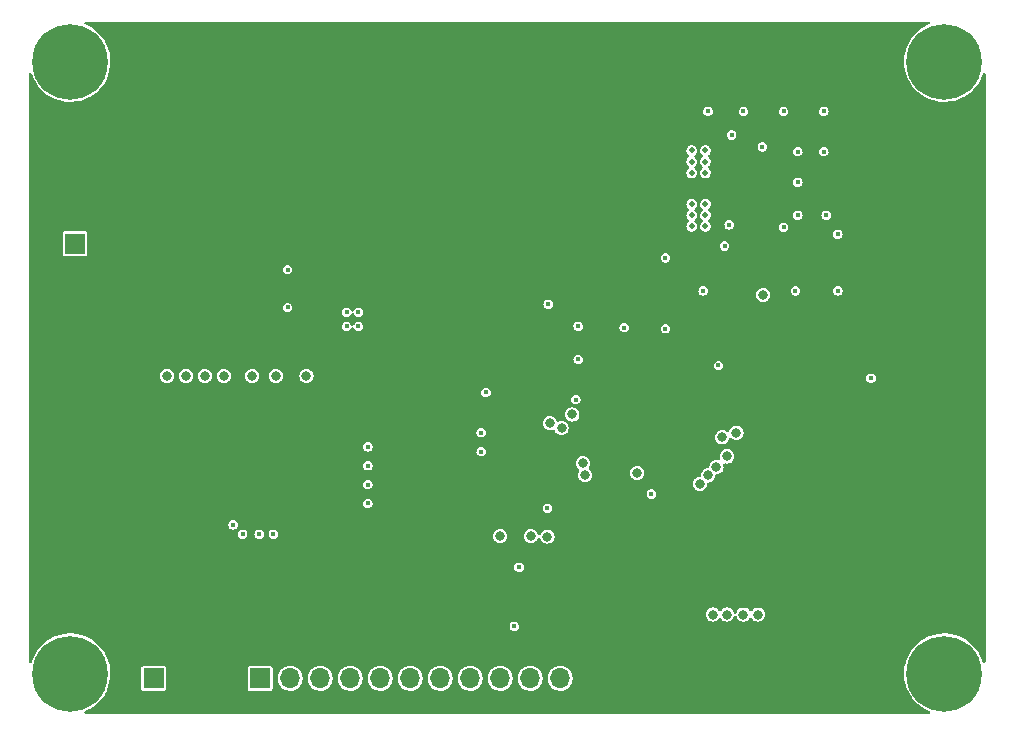
<source format=gbr>
%TF.GenerationSoftware,KiCad,Pcbnew,6.0.6-3a73a75311~116~ubuntu20.04.1*%
%TF.CreationDate,2022-09-22T11:08:13+01:00*%
%TF.ProjectId,UFOMothership,55464f4d-6f74-4686-9572-736869702e6b,rev?*%
%TF.SameCoordinates,Original*%
%TF.FileFunction,Copper,L2,Inr*%
%TF.FilePolarity,Positive*%
%FSLAX46Y46*%
G04 Gerber Fmt 4.6, Leading zero omitted, Abs format (unit mm)*
G04 Created by KiCad (PCBNEW 6.0.6-3a73a75311~116~ubuntu20.04.1) date 2022-09-22 11:08:13*
%MOMM*%
%LPD*%
G01*
G04 APERTURE LIST*
%TA.AperFunction,ComponentPad*%
%ADD10C,0.800000*%
%TD*%
%TA.AperFunction,ComponentPad*%
%ADD11C,6.400000*%
%TD*%
%TA.AperFunction,ComponentPad*%
%ADD12R,1.700000X1.700000*%
%TD*%
%TA.AperFunction,ComponentPad*%
%ADD13O,1.700000X1.700000*%
%TD*%
%TA.AperFunction,ComponentPad*%
%ADD14C,0.970000*%
%TD*%
%TA.AperFunction,ComponentPad*%
%ADD15C,0.500000*%
%TD*%
%TA.AperFunction,ViaPad*%
%ADD16C,0.800000*%
%TD*%
%TA.AperFunction,ViaPad*%
%ADD17C,0.400000*%
%TD*%
G04 APERTURE END LIST*
D10*
%TO.N,N/C*%
%TO.C,REF\u002A\u002A*%
X206200000Y-110600000D03*
D11*
X206200000Y-108200000D03*
D10*
X207897056Y-106502944D03*
X204502944Y-106502944D03*
X207897056Y-109897056D03*
X204502944Y-109897056D03*
X203800000Y-108200000D03*
X206200000Y-105800000D03*
X208600000Y-108200000D03*
%TD*%
D11*
%TO.N,N/C*%
%TO.C,REF\u002A\u002A*%
X206200000Y-56400000D03*
D10*
X207897056Y-54702944D03*
X204502944Y-58097056D03*
X207897056Y-58097056D03*
X208600000Y-56400000D03*
X206200000Y-58800000D03*
X206200000Y-54000000D03*
X204502944Y-54702944D03*
X203800000Y-56400000D03*
%TD*%
D12*
%TO.N,+5V*%
%TO.C,J6*%
X139260000Y-108600000D03*
D13*
%TO.N,GND*%
X141800000Y-108600000D03*
%TD*%
D14*
%TO.N,GND*%
%TO.C,J4*%
X204680000Y-70292500D03*
X204680000Y-63307500D03*
%TD*%
D10*
%TO.N,N/C*%
%TO.C,REF\u002A\u002A*%
X130502944Y-106502944D03*
X130502944Y-109897056D03*
X134600000Y-108200000D03*
X133897056Y-106502944D03*
X132200000Y-105800000D03*
X133897056Y-109897056D03*
D11*
X132200000Y-108200000D03*
D10*
X132200000Y-110600000D03*
X129800000Y-108200000D03*
%TD*%
D15*
%TO.N,GND*%
%TO.C,U3*%
X180800000Y-86512500D03*
X184100000Y-85412500D03*
X179700000Y-82112500D03*
X178600000Y-82112500D03*
X184100000Y-86512500D03*
X183000000Y-82112500D03*
X180800000Y-87612500D03*
X184100000Y-82112500D03*
X183000000Y-87612500D03*
X184100000Y-84312500D03*
X183000000Y-85412500D03*
X184100000Y-87612500D03*
X178600000Y-85412500D03*
X178600000Y-86512500D03*
X178600000Y-83212500D03*
X179700000Y-84312500D03*
X181900000Y-87612500D03*
X181900000Y-86512500D03*
X179700000Y-86512500D03*
X180800000Y-83212500D03*
X181900000Y-83212500D03*
X178600000Y-87612500D03*
X180800000Y-84312500D03*
X181900000Y-85412500D03*
X180800000Y-82112500D03*
X180800000Y-85412500D03*
X179700000Y-83212500D03*
X181900000Y-84312500D03*
X179700000Y-87612500D03*
X179700000Y-85412500D03*
X183000000Y-86512500D03*
X183000000Y-83212500D03*
X184100000Y-83212500D03*
X181900000Y-82112500D03*
X183000000Y-84312500D03*
X178600000Y-84312500D03*
%TD*%
D12*
%TO.N,/GPIO0*%
%TO.C,J2*%
X148280000Y-108600000D03*
D13*
%TO.N,/GPIO1*%
X150820000Y-108600000D03*
%TO.N,/GPIO2*%
X153360000Y-108600000D03*
%TO.N,/GPIO3*%
X155900000Y-108600000D03*
%TO.N,/GPIO4*%
X158440000Y-108600000D03*
%TO.N,/GPIO5*%
X160980000Y-108600000D03*
%TO.N,/GPIO6*%
X163520000Y-108600000D03*
%TO.N,/GPIO7*%
X166060000Y-108600000D03*
%TO.N,/SCL*%
X168600000Y-108600000D03*
%TO.N,/SDA*%
X171140000Y-108600000D03*
%TO.N,/TRIGGER_IN*%
X173680000Y-108600000D03*
%TO.N,GND*%
X176220000Y-108600000D03*
%TD*%
D10*
%TO.N,N/C*%
%TO.C,REF\u002A\u002A*%
X130502944Y-54702944D03*
X132200000Y-58800000D03*
X134600000Y-56400000D03*
X133897056Y-58097056D03*
D11*
X132200000Y-56400000D03*
D10*
X133897056Y-54702944D03*
X132200000Y-54000000D03*
X129800000Y-56400000D03*
X130502944Y-58097056D03*
%TD*%
D12*
%TO.N,+VDC*%
%TO.C,J1*%
X132600000Y-71800000D03*
D13*
%TO.N,GND*%
X132600000Y-74340000D03*
%TD*%
D15*
%TO.N,/BIAS*%
%TO.C,U9*%
X184825000Y-70340000D03*
X185975000Y-68460000D03*
X184825000Y-68460000D03*
X184825000Y-69400000D03*
X185975000Y-70340000D03*
X185975000Y-69400000D03*
%TD*%
D14*
%TO.N,GND*%
%TO.C,J3*%
X204680000Y-96200000D03*
X204680000Y-89215000D03*
%TD*%
D15*
%TO.N,/BIAS*%
%TO.C,U8*%
X185974999Y-63910001D03*
X185974999Y-64850001D03*
X184824999Y-65790001D03*
X185974999Y-65790001D03*
X184824999Y-64850001D03*
X184824999Y-63910001D03*
%TD*%
D16*
%TO.N,GND*%
X178000000Y-100000000D03*
%TO.N,+3.3V*%
X172600000Y-96600000D03*
D17*
%TO.N,Net-(C3-Pad2)*%
X150600000Y-77200000D03*
X150600000Y-74000000D03*
%TO.N,GND*%
X150600000Y-80200000D03*
X202600000Y-96400000D03*
X177000000Y-76200000D03*
X185400000Y-104200000D03*
X201800000Y-75000000D03*
X142200000Y-78600000D03*
X203800000Y-72400000D03*
X203400000Y-89800000D03*
X189800000Y-87000000D03*
X208600000Y-77000000D03*
X195400000Y-90000000D03*
X200800000Y-81000000D03*
X142200000Y-74000000D03*
X159800000Y-85600000D03*
X183400000Y-76200000D03*
X201600000Y-94000000D03*
X203400000Y-83000000D03*
X142200000Y-76400000D03*
X194000000Y-92000000D03*
X203000000Y-78600000D03*
X208600000Y-73200000D03*
X149200000Y-72600000D03*
X170000000Y-77400000D03*
X204200000Y-99000000D03*
X148600000Y-80200000D03*
X149600000Y-79400000D03*
X146400000Y-80200000D03*
X148600000Y-79400000D03*
X149200000Y-74600000D03*
X203800000Y-91600000D03*
X184800000Y-100600000D03*
X161400000Y-85600000D03*
X151600000Y-80200000D03*
X195200000Y-81800000D03*
X147200000Y-88200000D03*
X143600000Y-94400000D03*
X179400000Y-65400000D03*
X151600000Y-81000000D03*
X171200000Y-78600000D03*
X180000000Y-76200000D03*
X140600000Y-75600000D03*
X190800000Y-80200000D03*
X154400000Y-72800000D03*
X208200000Y-99000000D03*
X147600000Y-80200000D03*
X149600000Y-81000000D03*
X190000000Y-70400000D03*
X201800000Y-70200000D03*
X203800000Y-94000000D03*
X192400000Y-95200000D03*
X149600000Y-80200000D03*
X147600000Y-79400000D03*
X163000000Y-85600000D03*
X143600000Y-92000000D03*
X208600000Y-85400000D03*
X196400000Y-93200000D03*
X201600000Y-91600000D03*
X150600000Y-79400000D03*
X145000000Y-74600000D03*
X190000000Y-71800000D03*
X195400000Y-74400000D03*
X203400000Y-84600000D03*
X154400000Y-75600000D03*
X145000000Y-72600000D03*
X140600000Y-77400000D03*
X179400000Y-69000000D03*
X150600000Y-81000000D03*
X144800000Y-88200000D03*
X190800000Y-84000000D03*
X152800000Y-79600000D03*
X147200000Y-74000000D03*
X140600000Y-72600000D03*
X183400000Y-62200000D03*
X147600000Y-81000000D03*
X144400000Y-78600000D03*
X146000000Y-89800000D03*
X200200000Y-77800000D03*
X201800000Y-72400000D03*
X208600000Y-81000000D03*
X203400000Y-87200000D03*
X170200000Y-79800000D03*
X148600000Y-81000000D03*
X203800000Y-75000000D03*
X158600000Y-85600000D03*
X152800000Y-80600000D03*
X190800000Y-82000000D03*
X183800000Y-72000000D03*
X197800000Y-79800000D03*
X199200000Y-94000000D03*
X143600000Y-89800000D03*
X151600000Y-79400000D03*
%TO.N,+VDC*%
X156600000Y-77600000D03*
X156600000Y-78800000D03*
X155600000Y-77600000D03*
X155600000Y-78800000D03*
D16*
X190862501Y-76137499D03*
D17*
X182600000Y-73000000D03*
D16*
%TO.N,+5V*%
X152200000Y-83000000D03*
X147600000Y-83000000D03*
X140400000Y-83000000D03*
X142000000Y-83000000D03*
D17*
X149400000Y-96400000D03*
X146800000Y-96400000D03*
D16*
X149600000Y-83000000D03*
X145200000Y-83000000D03*
X143600000Y-83000000D03*
D17*
X200000000Y-83200000D03*
X146000000Y-95600000D03*
X148200000Y-96400000D03*
D16*
%TO.N,/SCL*%
X168600000Y-96574001D03*
X172800000Y-87000000D03*
%TO.N,/SDA*%
X173800000Y-87400000D03*
X171200000Y-96574001D03*
X174713357Y-86264160D03*
D17*
%TO.N,+3.3V*%
X175000000Y-85000000D03*
X157400000Y-92200000D03*
X167000000Y-89400000D03*
X182600000Y-79000000D03*
X175200000Y-81600000D03*
X179100000Y-78900000D03*
X187087500Y-82112500D03*
X167400000Y-84400000D03*
X172600000Y-94200000D03*
X167000000Y-87800000D03*
X157400000Y-89000000D03*
X170200000Y-99200000D03*
X181400000Y-93000000D03*
X157400000Y-90600000D03*
X175200000Y-78800000D03*
X172675000Y-76925000D03*
X157400000Y-93800000D03*
X169800000Y-104200000D03*
D16*
%TO.N,TDI*%
X189200000Y-103200000D03*
X186912299Y-90712299D03*
%TO.N,TMS*%
X185498789Y-92125809D03*
X186600000Y-103200000D03*
%TO.N,/GPIO0*%
X175600000Y-90400000D03*
X187400000Y-88200000D03*
%TO.N,/GPIO1*%
X175800000Y-91400000D03*
X188600000Y-87800000D03*
%TO.N,Net-(R5-Pad2)*%
X180211829Y-91212770D03*
%TO.N,TCK*%
X187800000Y-103200000D03*
X186205544Y-91419054D03*
D17*
%TO.N,/BIAS*%
X193800000Y-64000000D03*
X188200000Y-62600000D03*
X197200000Y-71000000D03*
X196000000Y-64000000D03*
X193600000Y-75800000D03*
X196200000Y-69400000D03*
X197200000Y-75800000D03*
X196000000Y-60600000D03*
X186200000Y-60600000D03*
X187600000Y-72000000D03*
X192600000Y-70400000D03*
X185800000Y-75800000D03*
X193800000Y-69400000D03*
X188000000Y-70200000D03*
X193800000Y-66600000D03*
X192600000Y-60600000D03*
X189200000Y-60600000D03*
X190800000Y-63600000D03*
D16*
%TO.N,TDO*%
X190400000Y-103200000D03*
X187812299Y-89812299D03*
%TD*%
%TA.AperFunction,Conductor*%
%TO.N,GND*%
G36*
X204945909Y-53020502D02*
G01*
X204992402Y-53074158D01*
X205002506Y-53144432D01*
X204973012Y-53209012D01*
X204930439Y-53240972D01*
X204611723Y-53387565D01*
X204608789Y-53389321D01*
X204608787Y-53389322D01*
X204514763Y-53445594D01*
X204295672Y-53576718D01*
X204001898Y-53798897D01*
X203733837Y-54051505D01*
X203494626Y-54331585D01*
X203492698Y-54334412D01*
X203492696Y-54334414D01*
X203486251Y-54343862D01*
X203287062Y-54635862D01*
X203113574Y-54960776D01*
X203112299Y-54963948D01*
X203112297Y-54963952D01*
X203109240Y-54971558D01*
X202976192Y-55302526D01*
X202975273Y-55305794D01*
X202975271Y-55305801D01*
X202922387Y-55493942D01*
X202876521Y-55657115D01*
X202875959Y-55660472D01*
X202875959Y-55660473D01*
X202874015Y-55672093D01*
X202815729Y-56020393D01*
X202794527Y-56388113D01*
X202813162Y-56755971D01*
X202813699Y-56759326D01*
X202813700Y-56759332D01*
X202854038Y-57011170D01*
X202871416Y-57119665D01*
X202968608Y-57474941D01*
X203103602Y-57817642D01*
X203274817Y-58143759D01*
X203276718Y-58146588D01*
X203276724Y-58146598D01*
X203461707Y-58421879D01*
X203480252Y-58449477D01*
X203717502Y-58731221D01*
X203820006Y-58829176D01*
X203981329Y-58983341D01*
X203981336Y-58983347D01*
X203983792Y-58985694D01*
X204276008Y-59209919D01*
X204590731Y-59401274D01*
X204924279Y-59557519D01*
X204927497Y-59558621D01*
X204927500Y-59558622D01*
X205269528Y-59675725D01*
X205269536Y-59675727D01*
X205272751Y-59676828D01*
X205632070Y-59757804D01*
X205715002Y-59767253D01*
X205994650Y-59799115D01*
X205994658Y-59799115D01*
X205998033Y-59799500D01*
X206001437Y-59799518D01*
X206001440Y-59799518D01*
X206201074Y-59800563D01*
X206366358Y-59801428D01*
X206369744Y-59801078D01*
X206369746Y-59801078D01*
X206729345Y-59763918D01*
X206729354Y-59763917D01*
X206732737Y-59763567D01*
X206736070Y-59762853D01*
X206736073Y-59762852D01*
X206913488Y-59724817D01*
X207092884Y-59686358D01*
X207442586Y-59570705D01*
X207777752Y-59417961D01*
X207874965Y-59360240D01*
X208091516Y-59231662D01*
X208091521Y-59231659D01*
X208094461Y-59229913D01*
X208121091Y-59209919D01*
X208386276Y-59010812D01*
X208389009Y-59008760D01*
X208657950Y-58757089D01*
X208898138Y-58477846D01*
X208915838Y-58452093D01*
X209104831Y-58177104D01*
X209106762Y-58174295D01*
X209108374Y-58171301D01*
X209108379Y-58171293D01*
X209279761Y-57853001D01*
X209281383Y-57849989D01*
X209419958Y-57508720D01*
X209452321Y-57395108D01*
X209490220Y-57335074D01*
X209554559Y-57305059D01*
X209624913Y-57314593D01*
X209678943Y-57360651D01*
X209699500Y-57429627D01*
X209699500Y-107168325D01*
X209679498Y-107236446D01*
X209625842Y-107282939D01*
X209555568Y-107293043D01*
X209490988Y-107263549D01*
X209452083Y-107201997D01*
X209427620Y-107113786D01*
X209424443Y-107105801D01*
X209292690Y-106774722D01*
X209291431Y-106771558D01*
X209261358Y-106714760D01*
X209120677Y-106449060D01*
X209120673Y-106449053D01*
X209119078Y-106446041D01*
X208912578Y-106141041D01*
X208674346Y-105860128D01*
X208407168Y-105606586D01*
X208114172Y-105383382D01*
X208111260Y-105381625D01*
X208111255Y-105381622D01*
X207801705Y-105194889D01*
X207801696Y-105194884D01*
X207798783Y-105193127D01*
X207795693Y-105191693D01*
X207795688Y-105191690D01*
X207631737Y-105115587D01*
X207464691Y-105038047D01*
X207461466Y-105036955D01*
X207461460Y-105036953D01*
X207119032Y-104921048D01*
X207119027Y-104921047D01*
X207115805Y-104919956D01*
X206881920Y-104868104D01*
X206759536Y-104840972D01*
X206759532Y-104840971D01*
X206756206Y-104840234D01*
X206606624Y-104823720D01*
X206393482Y-104800189D01*
X206393475Y-104800189D01*
X206390100Y-104799816D01*
X206386701Y-104799810D01*
X206386700Y-104799810D01*
X206212980Y-104799507D01*
X206021770Y-104799173D01*
X205884556Y-104813837D01*
X205658910Y-104837951D01*
X205658904Y-104837952D01*
X205655526Y-104838313D01*
X205295650Y-104916779D01*
X204946354Y-105033652D01*
X204943261Y-105035075D01*
X204943260Y-105035075D01*
X204933674Y-105039484D01*
X204611723Y-105187565D01*
X204608789Y-105189321D01*
X204608787Y-105189322D01*
X204514763Y-105245594D01*
X204295672Y-105376718D01*
X204001898Y-105598897D01*
X203733837Y-105851505D01*
X203494626Y-106131585D01*
X203492698Y-106134412D01*
X203492696Y-106134414D01*
X203486251Y-106143862D01*
X203287062Y-106435862D01*
X203113574Y-106760776D01*
X203112299Y-106763948D01*
X203112297Y-106763952D01*
X203109240Y-106771558D01*
X202976192Y-107102526D01*
X202975273Y-107105794D01*
X202975271Y-107105801D01*
X202922387Y-107293942D01*
X202876521Y-107457115D01*
X202875959Y-107460472D01*
X202875959Y-107460473D01*
X202832203Y-107721951D01*
X202815729Y-107820393D01*
X202794527Y-108188113D01*
X202813162Y-108555971D01*
X202813699Y-108559326D01*
X202813700Y-108559332D01*
X202824935Y-108629474D01*
X202871416Y-108919665D01*
X202968608Y-109274941D01*
X203047735Y-109475816D01*
X203084521Y-109569201D01*
X203103602Y-109617642D01*
X203274817Y-109943759D01*
X203276718Y-109946588D01*
X203276724Y-109946598D01*
X203461707Y-110221879D01*
X203480252Y-110249477D01*
X203717502Y-110531221D01*
X203820006Y-110629176D01*
X203981329Y-110783341D01*
X203981336Y-110783347D01*
X203983792Y-110785694D01*
X204276008Y-111009919D01*
X204590731Y-111201274D01*
X204922976Y-111356908D01*
X204922975Y-111356908D01*
X204924279Y-111357519D01*
X204924135Y-111357826D01*
X204978347Y-111400737D01*
X205001357Y-111467901D01*
X204984401Y-111536843D01*
X204932864Y-111585675D01*
X204875481Y-111599500D01*
X133520861Y-111599500D01*
X133452740Y-111579498D01*
X133406247Y-111525842D01*
X133396143Y-111455568D01*
X133425637Y-111390988D01*
X133468610Y-111358845D01*
X133471520Y-111357519D01*
X133777752Y-111217961D01*
X133874965Y-111160240D01*
X134091516Y-111031662D01*
X134091521Y-111031659D01*
X134094461Y-111029913D01*
X134121091Y-111009919D01*
X134386276Y-110810812D01*
X134389009Y-110808760D01*
X134657950Y-110557089D01*
X134898138Y-110277846D01*
X134915838Y-110252093D01*
X135104831Y-109977104D01*
X135106762Y-109974295D01*
X135108374Y-109971301D01*
X135108379Y-109971293D01*
X135279761Y-109653001D01*
X135281383Y-109649989D01*
X135354571Y-109469748D01*
X138209500Y-109469748D01*
X138210707Y-109475816D01*
X138214331Y-109494033D01*
X138221133Y-109528231D01*
X138265448Y-109594552D01*
X138331769Y-109638867D01*
X138343938Y-109641288D01*
X138343939Y-109641288D01*
X138371766Y-109646823D01*
X138390252Y-109650500D01*
X140129748Y-109650500D01*
X140148234Y-109646823D01*
X140176061Y-109641288D01*
X140176062Y-109641288D01*
X140188231Y-109638867D01*
X140254552Y-109594552D01*
X140298867Y-109528231D01*
X140305670Y-109494033D01*
X140309293Y-109475816D01*
X140310500Y-109469748D01*
X147229500Y-109469748D01*
X147230707Y-109475816D01*
X147234331Y-109494033D01*
X147241133Y-109528231D01*
X147285448Y-109594552D01*
X147351769Y-109638867D01*
X147363938Y-109641288D01*
X147363939Y-109641288D01*
X147391766Y-109646823D01*
X147410252Y-109650500D01*
X149149748Y-109650500D01*
X149168234Y-109646823D01*
X149196061Y-109641288D01*
X149196062Y-109641288D01*
X149208231Y-109638867D01*
X149274552Y-109594552D01*
X149318867Y-109528231D01*
X149325670Y-109494033D01*
X149329293Y-109475816D01*
X149330500Y-109469748D01*
X149330500Y-108585262D01*
X149764520Y-108585262D01*
X149781759Y-108790553D01*
X149783458Y-108796478D01*
X149827804Y-108951130D01*
X149838544Y-108988586D01*
X149841359Y-108994063D01*
X149841360Y-108994066D01*
X149900050Y-109108265D01*
X149932712Y-109171818D01*
X150060677Y-109333270D01*
X150217564Y-109466791D01*
X150397398Y-109567297D01*
X150481280Y-109594552D01*
X150587471Y-109629056D01*
X150587475Y-109629057D01*
X150593329Y-109630959D01*
X150797894Y-109655351D01*
X150804029Y-109654879D01*
X150804031Y-109654879D01*
X150876625Y-109649293D01*
X151003300Y-109639546D01*
X151009230Y-109637890D01*
X151009232Y-109637890D01*
X151195797Y-109585800D01*
X151195796Y-109585800D01*
X151201725Y-109584145D01*
X151207214Y-109581372D01*
X151207220Y-109581370D01*
X151380116Y-109494033D01*
X151385610Y-109491258D01*
X151547951Y-109364424D01*
X151593313Y-109311872D01*
X151678540Y-109213134D01*
X151678540Y-109213133D01*
X151682564Y-109208472D01*
X151687528Y-109199735D01*
X151735895Y-109114593D01*
X151784323Y-109029344D01*
X151849351Y-108833863D01*
X151875171Y-108629474D01*
X151875583Y-108600000D01*
X151874138Y-108585262D01*
X152304520Y-108585262D01*
X152321759Y-108790553D01*
X152323458Y-108796478D01*
X152367804Y-108951130D01*
X152378544Y-108988586D01*
X152381359Y-108994063D01*
X152381360Y-108994066D01*
X152440050Y-109108265D01*
X152472712Y-109171818D01*
X152600677Y-109333270D01*
X152757564Y-109466791D01*
X152937398Y-109567297D01*
X153021280Y-109594552D01*
X153127471Y-109629056D01*
X153127475Y-109629057D01*
X153133329Y-109630959D01*
X153337894Y-109655351D01*
X153344029Y-109654879D01*
X153344031Y-109654879D01*
X153416625Y-109649293D01*
X153543300Y-109639546D01*
X153549230Y-109637890D01*
X153549232Y-109637890D01*
X153735797Y-109585800D01*
X153735796Y-109585800D01*
X153741725Y-109584145D01*
X153747214Y-109581372D01*
X153747220Y-109581370D01*
X153920116Y-109494033D01*
X153925610Y-109491258D01*
X154087951Y-109364424D01*
X154133313Y-109311872D01*
X154218540Y-109213134D01*
X154218540Y-109213133D01*
X154222564Y-109208472D01*
X154227528Y-109199735D01*
X154275895Y-109114593D01*
X154324323Y-109029344D01*
X154389351Y-108833863D01*
X154415171Y-108629474D01*
X154415583Y-108600000D01*
X154414138Y-108585262D01*
X154844520Y-108585262D01*
X154861759Y-108790553D01*
X154863458Y-108796478D01*
X154907804Y-108951130D01*
X154918544Y-108988586D01*
X154921359Y-108994063D01*
X154921360Y-108994066D01*
X154980050Y-109108265D01*
X155012712Y-109171818D01*
X155140677Y-109333270D01*
X155297564Y-109466791D01*
X155477398Y-109567297D01*
X155561280Y-109594552D01*
X155667471Y-109629056D01*
X155667475Y-109629057D01*
X155673329Y-109630959D01*
X155877894Y-109655351D01*
X155884029Y-109654879D01*
X155884031Y-109654879D01*
X155956625Y-109649293D01*
X156083300Y-109639546D01*
X156089230Y-109637890D01*
X156089232Y-109637890D01*
X156275797Y-109585800D01*
X156275796Y-109585800D01*
X156281725Y-109584145D01*
X156287214Y-109581372D01*
X156287220Y-109581370D01*
X156460116Y-109494033D01*
X156465610Y-109491258D01*
X156627951Y-109364424D01*
X156673313Y-109311872D01*
X156758540Y-109213134D01*
X156758540Y-109213133D01*
X156762564Y-109208472D01*
X156767528Y-109199735D01*
X156815895Y-109114593D01*
X156864323Y-109029344D01*
X156929351Y-108833863D01*
X156955171Y-108629474D01*
X156955583Y-108600000D01*
X156954138Y-108585262D01*
X157384520Y-108585262D01*
X157401759Y-108790553D01*
X157403458Y-108796478D01*
X157447804Y-108951130D01*
X157458544Y-108988586D01*
X157461359Y-108994063D01*
X157461360Y-108994066D01*
X157520050Y-109108265D01*
X157552712Y-109171818D01*
X157680677Y-109333270D01*
X157837564Y-109466791D01*
X158017398Y-109567297D01*
X158101280Y-109594552D01*
X158207471Y-109629056D01*
X158207475Y-109629057D01*
X158213329Y-109630959D01*
X158417894Y-109655351D01*
X158424029Y-109654879D01*
X158424031Y-109654879D01*
X158496625Y-109649293D01*
X158623300Y-109639546D01*
X158629230Y-109637890D01*
X158629232Y-109637890D01*
X158815797Y-109585800D01*
X158815796Y-109585800D01*
X158821725Y-109584145D01*
X158827214Y-109581372D01*
X158827220Y-109581370D01*
X159000116Y-109494033D01*
X159005610Y-109491258D01*
X159167951Y-109364424D01*
X159213313Y-109311872D01*
X159298540Y-109213134D01*
X159298540Y-109213133D01*
X159302564Y-109208472D01*
X159307528Y-109199735D01*
X159355895Y-109114593D01*
X159404323Y-109029344D01*
X159469351Y-108833863D01*
X159495171Y-108629474D01*
X159495583Y-108600000D01*
X159494138Y-108585262D01*
X159924520Y-108585262D01*
X159941759Y-108790553D01*
X159943458Y-108796478D01*
X159987804Y-108951130D01*
X159998544Y-108988586D01*
X160001359Y-108994063D01*
X160001360Y-108994066D01*
X160060050Y-109108265D01*
X160092712Y-109171818D01*
X160220677Y-109333270D01*
X160377564Y-109466791D01*
X160557398Y-109567297D01*
X160641280Y-109594552D01*
X160747471Y-109629056D01*
X160747475Y-109629057D01*
X160753329Y-109630959D01*
X160957894Y-109655351D01*
X160964029Y-109654879D01*
X160964031Y-109654879D01*
X161036625Y-109649293D01*
X161163300Y-109639546D01*
X161169230Y-109637890D01*
X161169232Y-109637890D01*
X161355797Y-109585800D01*
X161355796Y-109585800D01*
X161361725Y-109584145D01*
X161367214Y-109581372D01*
X161367220Y-109581370D01*
X161540116Y-109494033D01*
X161545610Y-109491258D01*
X161707951Y-109364424D01*
X161753313Y-109311872D01*
X161838540Y-109213134D01*
X161838540Y-109213133D01*
X161842564Y-109208472D01*
X161847528Y-109199735D01*
X161895895Y-109114593D01*
X161944323Y-109029344D01*
X162009351Y-108833863D01*
X162035171Y-108629474D01*
X162035583Y-108600000D01*
X162034138Y-108585262D01*
X162464520Y-108585262D01*
X162481759Y-108790553D01*
X162483458Y-108796478D01*
X162527804Y-108951130D01*
X162538544Y-108988586D01*
X162541359Y-108994063D01*
X162541360Y-108994066D01*
X162600050Y-109108265D01*
X162632712Y-109171818D01*
X162760677Y-109333270D01*
X162917564Y-109466791D01*
X163097398Y-109567297D01*
X163181280Y-109594552D01*
X163287471Y-109629056D01*
X163287475Y-109629057D01*
X163293329Y-109630959D01*
X163497894Y-109655351D01*
X163504029Y-109654879D01*
X163504031Y-109654879D01*
X163576625Y-109649293D01*
X163703300Y-109639546D01*
X163709230Y-109637890D01*
X163709232Y-109637890D01*
X163895797Y-109585800D01*
X163895796Y-109585800D01*
X163901725Y-109584145D01*
X163907214Y-109581372D01*
X163907220Y-109581370D01*
X164080116Y-109494033D01*
X164085610Y-109491258D01*
X164247951Y-109364424D01*
X164293313Y-109311872D01*
X164378540Y-109213134D01*
X164378540Y-109213133D01*
X164382564Y-109208472D01*
X164387528Y-109199735D01*
X164435895Y-109114593D01*
X164484323Y-109029344D01*
X164549351Y-108833863D01*
X164575171Y-108629474D01*
X164575583Y-108600000D01*
X164574138Y-108585262D01*
X165004520Y-108585262D01*
X165021759Y-108790553D01*
X165023458Y-108796478D01*
X165067804Y-108951130D01*
X165078544Y-108988586D01*
X165081359Y-108994063D01*
X165081360Y-108994066D01*
X165140050Y-109108265D01*
X165172712Y-109171818D01*
X165300677Y-109333270D01*
X165457564Y-109466791D01*
X165637398Y-109567297D01*
X165721280Y-109594552D01*
X165827471Y-109629056D01*
X165827475Y-109629057D01*
X165833329Y-109630959D01*
X166037894Y-109655351D01*
X166044029Y-109654879D01*
X166044031Y-109654879D01*
X166116625Y-109649293D01*
X166243300Y-109639546D01*
X166249230Y-109637890D01*
X166249232Y-109637890D01*
X166435797Y-109585800D01*
X166435796Y-109585800D01*
X166441725Y-109584145D01*
X166447214Y-109581372D01*
X166447220Y-109581370D01*
X166620116Y-109494033D01*
X166625610Y-109491258D01*
X166787951Y-109364424D01*
X166833313Y-109311872D01*
X166918540Y-109213134D01*
X166918540Y-109213133D01*
X166922564Y-109208472D01*
X166927528Y-109199735D01*
X166975895Y-109114593D01*
X167024323Y-109029344D01*
X167089351Y-108833863D01*
X167115171Y-108629474D01*
X167115583Y-108600000D01*
X167114138Y-108585262D01*
X167544520Y-108585262D01*
X167561759Y-108790553D01*
X167563458Y-108796478D01*
X167607804Y-108951130D01*
X167618544Y-108988586D01*
X167621359Y-108994063D01*
X167621360Y-108994066D01*
X167680050Y-109108265D01*
X167712712Y-109171818D01*
X167840677Y-109333270D01*
X167997564Y-109466791D01*
X168177398Y-109567297D01*
X168261280Y-109594552D01*
X168367471Y-109629056D01*
X168367475Y-109629057D01*
X168373329Y-109630959D01*
X168577894Y-109655351D01*
X168584029Y-109654879D01*
X168584031Y-109654879D01*
X168656625Y-109649293D01*
X168783300Y-109639546D01*
X168789230Y-109637890D01*
X168789232Y-109637890D01*
X168975797Y-109585800D01*
X168975796Y-109585800D01*
X168981725Y-109584145D01*
X168987214Y-109581372D01*
X168987220Y-109581370D01*
X169160116Y-109494033D01*
X169165610Y-109491258D01*
X169327951Y-109364424D01*
X169373313Y-109311872D01*
X169458540Y-109213134D01*
X169458540Y-109213133D01*
X169462564Y-109208472D01*
X169467528Y-109199735D01*
X169515895Y-109114593D01*
X169564323Y-109029344D01*
X169629351Y-108833863D01*
X169655171Y-108629474D01*
X169655583Y-108600000D01*
X169654138Y-108585262D01*
X170084520Y-108585262D01*
X170101759Y-108790553D01*
X170103458Y-108796478D01*
X170147804Y-108951130D01*
X170158544Y-108988586D01*
X170161359Y-108994063D01*
X170161360Y-108994066D01*
X170220050Y-109108265D01*
X170252712Y-109171818D01*
X170380677Y-109333270D01*
X170537564Y-109466791D01*
X170717398Y-109567297D01*
X170801280Y-109594552D01*
X170907471Y-109629056D01*
X170907475Y-109629057D01*
X170913329Y-109630959D01*
X171117894Y-109655351D01*
X171124029Y-109654879D01*
X171124031Y-109654879D01*
X171196625Y-109649293D01*
X171323300Y-109639546D01*
X171329230Y-109637890D01*
X171329232Y-109637890D01*
X171515797Y-109585800D01*
X171515796Y-109585800D01*
X171521725Y-109584145D01*
X171527214Y-109581372D01*
X171527220Y-109581370D01*
X171700116Y-109494033D01*
X171705610Y-109491258D01*
X171867951Y-109364424D01*
X171913313Y-109311872D01*
X171998540Y-109213134D01*
X171998540Y-109213133D01*
X172002564Y-109208472D01*
X172007528Y-109199735D01*
X172055895Y-109114593D01*
X172104323Y-109029344D01*
X172169351Y-108833863D01*
X172195171Y-108629474D01*
X172195583Y-108600000D01*
X172194138Y-108585262D01*
X172624520Y-108585262D01*
X172641759Y-108790553D01*
X172643458Y-108796478D01*
X172687804Y-108951130D01*
X172698544Y-108988586D01*
X172701359Y-108994063D01*
X172701360Y-108994066D01*
X172760050Y-109108265D01*
X172792712Y-109171818D01*
X172920677Y-109333270D01*
X173077564Y-109466791D01*
X173257398Y-109567297D01*
X173341280Y-109594552D01*
X173447471Y-109629056D01*
X173447475Y-109629057D01*
X173453329Y-109630959D01*
X173657894Y-109655351D01*
X173664029Y-109654879D01*
X173664031Y-109654879D01*
X173736625Y-109649293D01*
X173863300Y-109639546D01*
X173869230Y-109637890D01*
X173869232Y-109637890D01*
X174055797Y-109585800D01*
X174055796Y-109585800D01*
X174061725Y-109584145D01*
X174067214Y-109581372D01*
X174067220Y-109581370D01*
X174240116Y-109494033D01*
X174245610Y-109491258D01*
X174407951Y-109364424D01*
X174453313Y-109311872D01*
X174538540Y-109213134D01*
X174538540Y-109213133D01*
X174542564Y-109208472D01*
X174547528Y-109199735D01*
X174595895Y-109114593D01*
X174644323Y-109029344D01*
X174709351Y-108833863D01*
X174735171Y-108629474D01*
X174735583Y-108600000D01*
X174715480Y-108394970D01*
X174655935Y-108197749D01*
X174559218Y-108015849D01*
X174485859Y-107925902D01*
X174432906Y-107860975D01*
X174432903Y-107860972D01*
X174429011Y-107856200D01*
X174411786Y-107841950D01*
X174275025Y-107728811D01*
X174275021Y-107728809D01*
X174270275Y-107724882D01*
X174089055Y-107626897D01*
X173892254Y-107565977D01*
X173886129Y-107565333D01*
X173886128Y-107565333D01*
X173693498Y-107545087D01*
X173693496Y-107545087D01*
X173687369Y-107544443D01*
X173600529Y-107552346D01*
X173488342Y-107562555D01*
X173488339Y-107562556D01*
X173482203Y-107563114D01*
X173284572Y-107621280D01*
X173102002Y-107716726D01*
X173097201Y-107720586D01*
X173097198Y-107720588D01*
X172954138Y-107835611D01*
X172941447Y-107845815D01*
X172809024Y-108003630D01*
X172806056Y-108009028D01*
X172806053Y-108009033D01*
X172799315Y-108021290D01*
X172709776Y-108184162D01*
X172647484Y-108380532D01*
X172646798Y-108386649D01*
X172646797Y-108386653D01*
X172628186Y-108552576D01*
X172624520Y-108585262D01*
X172194138Y-108585262D01*
X172175480Y-108394970D01*
X172115935Y-108197749D01*
X172019218Y-108015849D01*
X171945859Y-107925902D01*
X171892906Y-107860975D01*
X171892903Y-107860972D01*
X171889011Y-107856200D01*
X171871786Y-107841950D01*
X171735025Y-107728811D01*
X171735021Y-107728809D01*
X171730275Y-107724882D01*
X171549055Y-107626897D01*
X171352254Y-107565977D01*
X171346129Y-107565333D01*
X171346128Y-107565333D01*
X171153498Y-107545087D01*
X171153496Y-107545087D01*
X171147369Y-107544443D01*
X171060529Y-107552346D01*
X170948342Y-107562555D01*
X170948339Y-107562556D01*
X170942203Y-107563114D01*
X170744572Y-107621280D01*
X170562002Y-107716726D01*
X170557201Y-107720586D01*
X170557198Y-107720588D01*
X170414138Y-107835611D01*
X170401447Y-107845815D01*
X170269024Y-108003630D01*
X170266056Y-108009028D01*
X170266053Y-108009033D01*
X170259315Y-108021290D01*
X170169776Y-108184162D01*
X170107484Y-108380532D01*
X170106798Y-108386649D01*
X170106797Y-108386653D01*
X170088186Y-108552576D01*
X170084520Y-108585262D01*
X169654138Y-108585262D01*
X169635480Y-108394970D01*
X169575935Y-108197749D01*
X169479218Y-108015849D01*
X169405859Y-107925902D01*
X169352906Y-107860975D01*
X169352903Y-107860972D01*
X169349011Y-107856200D01*
X169331786Y-107841950D01*
X169195025Y-107728811D01*
X169195021Y-107728809D01*
X169190275Y-107724882D01*
X169009055Y-107626897D01*
X168812254Y-107565977D01*
X168806129Y-107565333D01*
X168806128Y-107565333D01*
X168613498Y-107545087D01*
X168613496Y-107545087D01*
X168607369Y-107544443D01*
X168520529Y-107552346D01*
X168408342Y-107562555D01*
X168408339Y-107562556D01*
X168402203Y-107563114D01*
X168204572Y-107621280D01*
X168022002Y-107716726D01*
X168017201Y-107720586D01*
X168017198Y-107720588D01*
X167874138Y-107835611D01*
X167861447Y-107845815D01*
X167729024Y-108003630D01*
X167726056Y-108009028D01*
X167726053Y-108009033D01*
X167719315Y-108021290D01*
X167629776Y-108184162D01*
X167567484Y-108380532D01*
X167566798Y-108386649D01*
X167566797Y-108386653D01*
X167548186Y-108552576D01*
X167544520Y-108585262D01*
X167114138Y-108585262D01*
X167095480Y-108394970D01*
X167035935Y-108197749D01*
X166939218Y-108015849D01*
X166865859Y-107925902D01*
X166812906Y-107860975D01*
X166812903Y-107860972D01*
X166809011Y-107856200D01*
X166791786Y-107841950D01*
X166655025Y-107728811D01*
X166655021Y-107728809D01*
X166650275Y-107724882D01*
X166469055Y-107626897D01*
X166272254Y-107565977D01*
X166266129Y-107565333D01*
X166266128Y-107565333D01*
X166073498Y-107545087D01*
X166073496Y-107545087D01*
X166067369Y-107544443D01*
X165980529Y-107552346D01*
X165868342Y-107562555D01*
X165868339Y-107562556D01*
X165862203Y-107563114D01*
X165664572Y-107621280D01*
X165482002Y-107716726D01*
X165477201Y-107720586D01*
X165477198Y-107720588D01*
X165334138Y-107835611D01*
X165321447Y-107845815D01*
X165189024Y-108003630D01*
X165186056Y-108009028D01*
X165186053Y-108009033D01*
X165179315Y-108021290D01*
X165089776Y-108184162D01*
X165027484Y-108380532D01*
X165026798Y-108386649D01*
X165026797Y-108386653D01*
X165008186Y-108552576D01*
X165004520Y-108585262D01*
X164574138Y-108585262D01*
X164555480Y-108394970D01*
X164495935Y-108197749D01*
X164399218Y-108015849D01*
X164325859Y-107925902D01*
X164272906Y-107860975D01*
X164272903Y-107860972D01*
X164269011Y-107856200D01*
X164251786Y-107841950D01*
X164115025Y-107728811D01*
X164115021Y-107728809D01*
X164110275Y-107724882D01*
X163929055Y-107626897D01*
X163732254Y-107565977D01*
X163726129Y-107565333D01*
X163726128Y-107565333D01*
X163533498Y-107545087D01*
X163533496Y-107545087D01*
X163527369Y-107544443D01*
X163440529Y-107552346D01*
X163328342Y-107562555D01*
X163328339Y-107562556D01*
X163322203Y-107563114D01*
X163124572Y-107621280D01*
X162942002Y-107716726D01*
X162937201Y-107720586D01*
X162937198Y-107720588D01*
X162794138Y-107835611D01*
X162781447Y-107845815D01*
X162649024Y-108003630D01*
X162646056Y-108009028D01*
X162646053Y-108009033D01*
X162639315Y-108021290D01*
X162549776Y-108184162D01*
X162487484Y-108380532D01*
X162486798Y-108386649D01*
X162486797Y-108386653D01*
X162468186Y-108552576D01*
X162464520Y-108585262D01*
X162034138Y-108585262D01*
X162015480Y-108394970D01*
X161955935Y-108197749D01*
X161859218Y-108015849D01*
X161785859Y-107925902D01*
X161732906Y-107860975D01*
X161732903Y-107860972D01*
X161729011Y-107856200D01*
X161711786Y-107841950D01*
X161575025Y-107728811D01*
X161575021Y-107728809D01*
X161570275Y-107724882D01*
X161389055Y-107626897D01*
X161192254Y-107565977D01*
X161186129Y-107565333D01*
X161186128Y-107565333D01*
X160993498Y-107545087D01*
X160993496Y-107545087D01*
X160987369Y-107544443D01*
X160900529Y-107552346D01*
X160788342Y-107562555D01*
X160788339Y-107562556D01*
X160782203Y-107563114D01*
X160584572Y-107621280D01*
X160402002Y-107716726D01*
X160397201Y-107720586D01*
X160397198Y-107720588D01*
X160254138Y-107835611D01*
X160241447Y-107845815D01*
X160109024Y-108003630D01*
X160106056Y-108009028D01*
X160106053Y-108009033D01*
X160099315Y-108021290D01*
X160009776Y-108184162D01*
X159947484Y-108380532D01*
X159946798Y-108386649D01*
X159946797Y-108386653D01*
X159928186Y-108552576D01*
X159924520Y-108585262D01*
X159494138Y-108585262D01*
X159475480Y-108394970D01*
X159415935Y-108197749D01*
X159319218Y-108015849D01*
X159245859Y-107925902D01*
X159192906Y-107860975D01*
X159192903Y-107860972D01*
X159189011Y-107856200D01*
X159171786Y-107841950D01*
X159035025Y-107728811D01*
X159035021Y-107728809D01*
X159030275Y-107724882D01*
X158849055Y-107626897D01*
X158652254Y-107565977D01*
X158646129Y-107565333D01*
X158646128Y-107565333D01*
X158453498Y-107545087D01*
X158453496Y-107545087D01*
X158447369Y-107544443D01*
X158360529Y-107552346D01*
X158248342Y-107562555D01*
X158248339Y-107562556D01*
X158242203Y-107563114D01*
X158044572Y-107621280D01*
X157862002Y-107716726D01*
X157857201Y-107720586D01*
X157857198Y-107720588D01*
X157714138Y-107835611D01*
X157701447Y-107845815D01*
X157569024Y-108003630D01*
X157566056Y-108009028D01*
X157566053Y-108009033D01*
X157559315Y-108021290D01*
X157469776Y-108184162D01*
X157407484Y-108380532D01*
X157406798Y-108386649D01*
X157406797Y-108386653D01*
X157388186Y-108552576D01*
X157384520Y-108585262D01*
X156954138Y-108585262D01*
X156935480Y-108394970D01*
X156875935Y-108197749D01*
X156779218Y-108015849D01*
X156705859Y-107925902D01*
X156652906Y-107860975D01*
X156652903Y-107860972D01*
X156649011Y-107856200D01*
X156631786Y-107841950D01*
X156495025Y-107728811D01*
X156495021Y-107728809D01*
X156490275Y-107724882D01*
X156309055Y-107626897D01*
X156112254Y-107565977D01*
X156106129Y-107565333D01*
X156106128Y-107565333D01*
X155913498Y-107545087D01*
X155913496Y-107545087D01*
X155907369Y-107544443D01*
X155820529Y-107552346D01*
X155708342Y-107562555D01*
X155708339Y-107562556D01*
X155702203Y-107563114D01*
X155504572Y-107621280D01*
X155322002Y-107716726D01*
X155317201Y-107720586D01*
X155317198Y-107720588D01*
X155174138Y-107835611D01*
X155161447Y-107845815D01*
X155029024Y-108003630D01*
X155026056Y-108009028D01*
X155026053Y-108009033D01*
X155019315Y-108021290D01*
X154929776Y-108184162D01*
X154867484Y-108380532D01*
X154866798Y-108386649D01*
X154866797Y-108386653D01*
X154848186Y-108552576D01*
X154844520Y-108585262D01*
X154414138Y-108585262D01*
X154395480Y-108394970D01*
X154335935Y-108197749D01*
X154239218Y-108015849D01*
X154165859Y-107925902D01*
X154112906Y-107860975D01*
X154112903Y-107860972D01*
X154109011Y-107856200D01*
X154091786Y-107841950D01*
X153955025Y-107728811D01*
X153955021Y-107728809D01*
X153950275Y-107724882D01*
X153769055Y-107626897D01*
X153572254Y-107565977D01*
X153566129Y-107565333D01*
X153566128Y-107565333D01*
X153373498Y-107545087D01*
X153373496Y-107545087D01*
X153367369Y-107544443D01*
X153280529Y-107552346D01*
X153168342Y-107562555D01*
X153168339Y-107562556D01*
X153162203Y-107563114D01*
X152964572Y-107621280D01*
X152782002Y-107716726D01*
X152777201Y-107720586D01*
X152777198Y-107720588D01*
X152634138Y-107835611D01*
X152621447Y-107845815D01*
X152489024Y-108003630D01*
X152486056Y-108009028D01*
X152486053Y-108009033D01*
X152479315Y-108021290D01*
X152389776Y-108184162D01*
X152327484Y-108380532D01*
X152326798Y-108386649D01*
X152326797Y-108386653D01*
X152308186Y-108552576D01*
X152304520Y-108585262D01*
X151874138Y-108585262D01*
X151855480Y-108394970D01*
X151795935Y-108197749D01*
X151699218Y-108015849D01*
X151625859Y-107925902D01*
X151572906Y-107860975D01*
X151572903Y-107860972D01*
X151569011Y-107856200D01*
X151551786Y-107841950D01*
X151415025Y-107728811D01*
X151415021Y-107728809D01*
X151410275Y-107724882D01*
X151229055Y-107626897D01*
X151032254Y-107565977D01*
X151026129Y-107565333D01*
X151026128Y-107565333D01*
X150833498Y-107545087D01*
X150833496Y-107545087D01*
X150827369Y-107544443D01*
X150740529Y-107552346D01*
X150628342Y-107562555D01*
X150628339Y-107562556D01*
X150622203Y-107563114D01*
X150424572Y-107621280D01*
X150242002Y-107716726D01*
X150237201Y-107720586D01*
X150237198Y-107720588D01*
X150094138Y-107835611D01*
X150081447Y-107845815D01*
X149949024Y-108003630D01*
X149946056Y-108009028D01*
X149946053Y-108009033D01*
X149939315Y-108021290D01*
X149849776Y-108184162D01*
X149787484Y-108380532D01*
X149786798Y-108386649D01*
X149786797Y-108386653D01*
X149768186Y-108552576D01*
X149764520Y-108585262D01*
X149330500Y-108585262D01*
X149330500Y-107730252D01*
X149318867Y-107671769D01*
X149274552Y-107605448D01*
X149208231Y-107561133D01*
X149196062Y-107558712D01*
X149196061Y-107558712D01*
X149155816Y-107550707D01*
X149149748Y-107549500D01*
X147410252Y-107549500D01*
X147404184Y-107550707D01*
X147363939Y-107558712D01*
X147363938Y-107558712D01*
X147351769Y-107561133D01*
X147285448Y-107605448D01*
X147241133Y-107671769D01*
X147229500Y-107730252D01*
X147229500Y-109469748D01*
X140310500Y-109469748D01*
X140310500Y-107730252D01*
X140298867Y-107671769D01*
X140254552Y-107605448D01*
X140188231Y-107561133D01*
X140176062Y-107558712D01*
X140176061Y-107558712D01*
X140135816Y-107550707D01*
X140129748Y-107549500D01*
X138390252Y-107549500D01*
X138384184Y-107550707D01*
X138343939Y-107558712D01*
X138343938Y-107558712D01*
X138331769Y-107561133D01*
X138265448Y-107605448D01*
X138221133Y-107671769D01*
X138209500Y-107730252D01*
X138209500Y-109469748D01*
X135354571Y-109469748D01*
X135419958Y-109308720D01*
X135520865Y-108954482D01*
X135576420Y-108629474D01*
X135582353Y-108594765D01*
X135582353Y-108594763D01*
X135582925Y-108591418D01*
X135583677Y-108579137D01*
X135605301Y-108225572D01*
X135605411Y-108223775D01*
X135605450Y-108212700D01*
X135605488Y-108201820D01*
X135605488Y-108201808D01*
X135605494Y-108200000D01*
X135585575Y-107832209D01*
X135526052Y-107468720D01*
X135427620Y-107113786D01*
X135424443Y-107105801D01*
X135292690Y-106774722D01*
X135291431Y-106771558D01*
X135261358Y-106714760D01*
X135120677Y-106449060D01*
X135120673Y-106449053D01*
X135119078Y-106446041D01*
X134912578Y-106141041D01*
X134674346Y-105860128D01*
X134407168Y-105606586D01*
X134114172Y-105383382D01*
X134111260Y-105381625D01*
X134111255Y-105381622D01*
X133801705Y-105194889D01*
X133801696Y-105194884D01*
X133798783Y-105193127D01*
X133795693Y-105191693D01*
X133795688Y-105191690D01*
X133631737Y-105115587D01*
X133464691Y-105038047D01*
X133461466Y-105036955D01*
X133461460Y-105036953D01*
X133119032Y-104921048D01*
X133119027Y-104921047D01*
X133115805Y-104919956D01*
X132881920Y-104868104D01*
X132759536Y-104840972D01*
X132759532Y-104840971D01*
X132756206Y-104840234D01*
X132606624Y-104823720D01*
X132393482Y-104800189D01*
X132393475Y-104800189D01*
X132390100Y-104799816D01*
X132386701Y-104799810D01*
X132386700Y-104799810D01*
X132212980Y-104799507D01*
X132021770Y-104799173D01*
X131884556Y-104813837D01*
X131658910Y-104837951D01*
X131658904Y-104837952D01*
X131655526Y-104838313D01*
X131295650Y-104916779D01*
X130946354Y-105033652D01*
X130943261Y-105035075D01*
X130943260Y-105035075D01*
X130933674Y-105039484D01*
X130611723Y-105187565D01*
X130608789Y-105189321D01*
X130608787Y-105189322D01*
X130514763Y-105245594D01*
X130295672Y-105376718D01*
X130001898Y-105598897D01*
X129733837Y-105851505D01*
X129494626Y-106131585D01*
X129492698Y-106134412D01*
X129492696Y-106134414D01*
X129486251Y-106143862D01*
X129287062Y-106435862D01*
X129113574Y-106760776D01*
X129112299Y-106763948D01*
X129112297Y-106763952D01*
X129109240Y-106771558D01*
X128976192Y-107102526D01*
X128975273Y-107105794D01*
X128975271Y-107105801D01*
X128947799Y-107203537D01*
X128910110Y-107263703D01*
X128845875Y-107293942D01*
X128775489Y-107284653D01*
X128721298Y-107238785D01*
X128700500Y-107169441D01*
X128700500Y-104200000D01*
X169394508Y-104200000D01*
X169414354Y-104325304D01*
X169471950Y-104438342D01*
X169561658Y-104528050D01*
X169674696Y-104585646D01*
X169684485Y-104587196D01*
X169684487Y-104587197D01*
X169790207Y-104603941D01*
X169800000Y-104605492D01*
X169809793Y-104603941D01*
X169915513Y-104587197D01*
X169915515Y-104587196D01*
X169925304Y-104585646D01*
X170038342Y-104528050D01*
X170128050Y-104438342D01*
X170185646Y-104325304D01*
X170205492Y-104200000D01*
X170185646Y-104074696D01*
X170128050Y-103961658D01*
X170038342Y-103871950D01*
X169925304Y-103814354D01*
X169915515Y-103812804D01*
X169915513Y-103812803D01*
X169809793Y-103796059D01*
X169800000Y-103794508D01*
X169790207Y-103796059D01*
X169684487Y-103812803D01*
X169684485Y-103812804D01*
X169674696Y-103814354D01*
X169561658Y-103871950D01*
X169471950Y-103961658D01*
X169414354Y-104074696D01*
X169394508Y-104200000D01*
X128700500Y-104200000D01*
X128700500Y-103200000D01*
X185994318Y-103200000D01*
X186014956Y-103356762D01*
X186075464Y-103502841D01*
X186171718Y-103628282D01*
X186297159Y-103724536D01*
X186443238Y-103785044D01*
X186600000Y-103805682D01*
X186608188Y-103804604D01*
X186748574Y-103786122D01*
X186756762Y-103785044D01*
X186902841Y-103724536D01*
X187028282Y-103628282D01*
X187100037Y-103534769D01*
X187157375Y-103492902D01*
X187228246Y-103488680D01*
X187290149Y-103523444D01*
X187299963Y-103534769D01*
X187371718Y-103628282D01*
X187497159Y-103724536D01*
X187643238Y-103785044D01*
X187800000Y-103805682D01*
X187808188Y-103804604D01*
X187948574Y-103786122D01*
X187956762Y-103785044D01*
X188102841Y-103724536D01*
X188228282Y-103628282D01*
X188324536Y-103502841D01*
X188383591Y-103360270D01*
X188428139Y-103304989D01*
X188495503Y-103282568D01*
X188564294Y-103300126D01*
X188612672Y-103352088D01*
X188616409Y-103360270D01*
X188675464Y-103502841D01*
X188771718Y-103628282D01*
X188897159Y-103724536D01*
X189043238Y-103785044D01*
X189200000Y-103805682D01*
X189208188Y-103804604D01*
X189348574Y-103786122D01*
X189356762Y-103785044D01*
X189502841Y-103724536D01*
X189628282Y-103628282D01*
X189700037Y-103534769D01*
X189757375Y-103492902D01*
X189828246Y-103488680D01*
X189890149Y-103523444D01*
X189899963Y-103534769D01*
X189971718Y-103628282D01*
X190097159Y-103724536D01*
X190243238Y-103785044D01*
X190400000Y-103805682D01*
X190408188Y-103804604D01*
X190548574Y-103786122D01*
X190556762Y-103785044D01*
X190702841Y-103724536D01*
X190828282Y-103628282D01*
X190924536Y-103502841D01*
X190985044Y-103356762D01*
X191005682Y-103200000D01*
X190985044Y-103043238D01*
X190924536Y-102897159D01*
X190828282Y-102771718D01*
X190702841Y-102675464D01*
X190556762Y-102614956D01*
X190400000Y-102594318D01*
X190243238Y-102614956D01*
X190097159Y-102675464D01*
X189971718Y-102771718D01*
X189966695Y-102778264D01*
X189899963Y-102865231D01*
X189842625Y-102907098D01*
X189771754Y-102911320D01*
X189709851Y-102876556D01*
X189700037Y-102865231D01*
X189633305Y-102778264D01*
X189628282Y-102771718D01*
X189502841Y-102675464D01*
X189356762Y-102614956D01*
X189200000Y-102594318D01*
X189043238Y-102614956D01*
X188897159Y-102675464D01*
X188771718Y-102771718D01*
X188675464Y-102897159D01*
X188623261Y-103023188D01*
X188616409Y-103039730D01*
X188571861Y-103095011D01*
X188504497Y-103117432D01*
X188435706Y-103099874D01*
X188387328Y-103047912D01*
X188383591Y-103039730D01*
X188376739Y-103023188D01*
X188324536Y-102897159D01*
X188228282Y-102771718D01*
X188102841Y-102675464D01*
X187956762Y-102614956D01*
X187800000Y-102594318D01*
X187643238Y-102614956D01*
X187497159Y-102675464D01*
X187371718Y-102771718D01*
X187366695Y-102778264D01*
X187299963Y-102865231D01*
X187242625Y-102907098D01*
X187171754Y-102911320D01*
X187109851Y-102876556D01*
X187100037Y-102865231D01*
X187033305Y-102778264D01*
X187028282Y-102771718D01*
X186902841Y-102675464D01*
X186756762Y-102614956D01*
X186600000Y-102594318D01*
X186443238Y-102614956D01*
X186297159Y-102675464D01*
X186171718Y-102771718D01*
X186075464Y-102897159D01*
X186014956Y-103043238D01*
X185994318Y-103200000D01*
X128700500Y-103200000D01*
X128700500Y-99200000D01*
X169794508Y-99200000D01*
X169814354Y-99325304D01*
X169871950Y-99438342D01*
X169961658Y-99528050D01*
X170074696Y-99585646D01*
X170084485Y-99587196D01*
X170084487Y-99587197D01*
X170190207Y-99603941D01*
X170200000Y-99605492D01*
X170209793Y-99603941D01*
X170315513Y-99587197D01*
X170315515Y-99587196D01*
X170325304Y-99585646D01*
X170438342Y-99528050D01*
X170528050Y-99438342D01*
X170585646Y-99325304D01*
X170605492Y-99200000D01*
X170585646Y-99074696D01*
X170528050Y-98961658D01*
X170438342Y-98871950D01*
X170325304Y-98814354D01*
X170315515Y-98812804D01*
X170315513Y-98812803D01*
X170209793Y-98796059D01*
X170200000Y-98794508D01*
X170190207Y-98796059D01*
X170084487Y-98812803D01*
X170084485Y-98812804D01*
X170074696Y-98814354D01*
X169961658Y-98871950D01*
X169871950Y-98961658D01*
X169814354Y-99074696D01*
X169794508Y-99200000D01*
X128700500Y-99200000D01*
X128700500Y-96400000D01*
X146394508Y-96400000D01*
X146396059Y-96409793D01*
X146411371Y-96506468D01*
X146414354Y-96525304D01*
X146471950Y-96638342D01*
X146561658Y-96728050D01*
X146674696Y-96785646D01*
X146684485Y-96787196D01*
X146684487Y-96787197D01*
X146790207Y-96803941D01*
X146800000Y-96805492D01*
X146809793Y-96803941D01*
X146915513Y-96787197D01*
X146915515Y-96787196D01*
X146925304Y-96785646D01*
X147038342Y-96728050D01*
X147128050Y-96638342D01*
X147185646Y-96525304D01*
X147188630Y-96506468D01*
X147203941Y-96409793D01*
X147205492Y-96400000D01*
X147794508Y-96400000D01*
X147796059Y-96409793D01*
X147811371Y-96506468D01*
X147814354Y-96525304D01*
X147871950Y-96638342D01*
X147961658Y-96728050D01*
X148074696Y-96785646D01*
X148084485Y-96787196D01*
X148084487Y-96787197D01*
X148190207Y-96803941D01*
X148200000Y-96805492D01*
X148209793Y-96803941D01*
X148315513Y-96787197D01*
X148315515Y-96787196D01*
X148325304Y-96785646D01*
X148438342Y-96728050D01*
X148528050Y-96638342D01*
X148585646Y-96525304D01*
X148588630Y-96506468D01*
X148603941Y-96409793D01*
X148605492Y-96400000D01*
X148994508Y-96400000D01*
X148996059Y-96409793D01*
X149011371Y-96506468D01*
X149014354Y-96525304D01*
X149071950Y-96638342D01*
X149161658Y-96728050D01*
X149274696Y-96785646D01*
X149284485Y-96787196D01*
X149284487Y-96787197D01*
X149390207Y-96803941D01*
X149400000Y-96805492D01*
X149409793Y-96803941D01*
X149515513Y-96787197D01*
X149515515Y-96787196D01*
X149525304Y-96785646D01*
X149638342Y-96728050D01*
X149728050Y-96638342D01*
X149760834Y-96574001D01*
X167994318Y-96574001D01*
X168014956Y-96730763D01*
X168018116Y-96738392D01*
X168022334Y-96748574D01*
X168075464Y-96876842D01*
X168171718Y-97002283D01*
X168297159Y-97098537D01*
X168443238Y-97159045D01*
X168600000Y-97179683D01*
X168608188Y-97178605D01*
X168748574Y-97160123D01*
X168756762Y-97159045D01*
X168902841Y-97098537D01*
X169028282Y-97002283D01*
X169124536Y-96876842D01*
X169177666Y-96748574D01*
X169181884Y-96738392D01*
X169185044Y-96730763D01*
X169205682Y-96574001D01*
X170594318Y-96574001D01*
X170614956Y-96730763D01*
X170618116Y-96738392D01*
X170622334Y-96748574D01*
X170675464Y-96876842D01*
X170771718Y-97002283D01*
X170897159Y-97098537D01*
X171043238Y-97159045D01*
X171200000Y-97179683D01*
X171208188Y-97178605D01*
X171348574Y-97160123D01*
X171356762Y-97159045D01*
X171502841Y-97098537D01*
X171628282Y-97002283D01*
X171724536Y-96876842D01*
X171779050Y-96745234D01*
X171823597Y-96689954D01*
X171890960Y-96667533D01*
X171959752Y-96685091D01*
X172008130Y-96737053D01*
X172014606Y-96754103D01*
X172014956Y-96756762D01*
X172018115Y-96764389D01*
X172018116Y-96764392D01*
X172045210Y-96829801D01*
X172075464Y-96902841D01*
X172171718Y-97028282D01*
X172297159Y-97124536D01*
X172443238Y-97185044D01*
X172600000Y-97205682D01*
X172608188Y-97204604D01*
X172748574Y-97186122D01*
X172756762Y-97185044D01*
X172902841Y-97124536D01*
X173028282Y-97028282D01*
X173124536Y-96902841D01*
X173185044Y-96756762D01*
X173205682Y-96600000D01*
X173185044Y-96443238D01*
X173179050Y-96428766D01*
X173174275Y-96417239D01*
X173124536Y-96297159D01*
X173028282Y-96171718D01*
X172902841Y-96075464D01*
X172756762Y-96014956D01*
X172600000Y-95994318D01*
X172443238Y-96014956D01*
X172297159Y-96075464D01*
X172171718Y-96171718D01*
X172075464Y-96297159D01*
X172025726Y-96417239D01*
X172020951Y-96428766D01*
X171976403Y-96484047D01*
X171909040Y-96506468D01*
X171840248Y-96488910D01*
X171791870Y-96436948D01*
X171785394Y-96419898D01*
X171785044Y-96417239D01*
X171777904Y-96400000D01*
X171754790Y-96344199D01*
X171724536Y-96271160D01*
X171628282Y-96145719D01*
X171502841Y-96049465D01*
X171356762Y-95988957D01*
X171343394Y-95987197D01*
X171208188Y-95969397D01*
X171200000Y-95968319D01*
X171191812Y-95969397D01*
X171056607Y-95987197D01*
X171043238Y-95988957D01*
X170897159Y-96049465D01*
X170771718Y-96145719D01*
X170675464Y-96271160D01*
X170614956Y-96417239D01*
X170594318Y-96574001D01*
X169205682Y-96574001D01*
X169185044Y-96417239D01*
X169124536Y-96271160D01*
X169028282Y-96145719D01*
X168902841Y-96049465D01*
X168756762Y-95988957D01*
X168743394Y-95987197D01*
X168608188Y-95969397D01*
X168600000Y-95968319D01*
X168591812Y-95969397D01*
X168456607Y-95987197D01*
X168443238Y-95988957D01*
X168297159Y-96049465D01*
X168171718Y-96145719D01*
X168075464Y-96271160D01*
X168014956Y-96417239D01*
X167994318Y-96574001D01*
X149760834Y-96574001D01*
X149785646Y-96525304D01*
X149788630Y-96506468D01*
X149803941Y-96409793D01*
X149805492Y-96400000D01*
X149785646Y-96274696D01*
X149728050Y-96161658D01*
X149638342Y-96071950D01*
X149525304Y-96014354D01*
X149515515Y-96012804D01*
X149515513Y-96012803D01*
X149409793Y-95996059D01*
X149400000Y-95994508D01*
X149390207Y-95996059D01*
X149284487Y-96012803D01*
X149284485Y-96012804D01*
X149274696Y-96014354D01*
X149161658Y-96071950D01*
X149071950Y-96161658D01*
X149014354Y-96274696D01*
X148994508Y-96400000D01*
X148605492Y-96400000D01*
X148585646Y-96274696D01*
X148528050Y-96161658D01*
X148438342Y-96071950D01*
X148325304Y-96014354D01*
X148315515Y-96012804D01*
X148315513Y-96012803D01*
X148209793Y-95996059D01*
X148200000Y-95994508D01*
X148190207Y-95996059D01*
X148084487Y-96012803D01*
X148084485Y-96012804D01*
X148074696Y-96014354D01*
X147961658Y-96071950D01*
X147871950Y-96161658D01*
X147814354Y-96274696D01*
X147794508Y-96400000D01*
X147205492Y-96400000D01*
X147185646Y-96274696D01*
X147128050Y-96161658D01*
X147038342Y-96071950D01*
X146925304Y-96014354D01*
X146915515Y-96012804D01*
X146915513Y-96012803D01*
X146809793Y-95996059D01*
X146800000Y-95994508D01*
X146790207Y-95996059D01*
X146684487Y-96012803D01*
X146684485Y-96012804D01*
X146674696Y-96014354D01*
X146561658Y-96071950D01*
X146471950Y-96161658D01*
X146414354Y-96274696D01*
X146394508Y-96400000D01*
X128700500Y-96400000D01*
X128700500Y-95600000D01*
X145594508Y-95600000D01*
X145614354Y-95725304D01*
X145671950Y-95838342D01*
X145761658Y-95928050D01*
X145874696Y-95985646D01*
X145884485Y-95987196D01*
X145884487Y-95987197D01*
X145990207Y-96003941D01*
X146000000Y-96005492D01*
X146009793Y-96003941D01*
X146115513Y-95987197D01*
X146115515Y-95987196D01*
X146125304Y-95985646D01*
X146238342Y-95928050D01*
X146328050Y-95838342D01*
X146385646Y-95725304D01*
X146405492Y-95600000D01*
X146385646Y-95474696D01*
X146328050Y-95361658D01*
X146238342Y-95271950D01*
X146125304Y-95214354D01*
X146115515Y-95212804D01*
X146115513Y-95212803D01*
X146009793Y-95196059D01*
X146000000Y-95194508D01*
X145990207Y-95196059D01*
X145884487Y-95212803D01*
X145884485Y-95212804D01*
X145874696Y-95214354D01*
X145761658Y-95271950D01*
X145671950Y-95361658D01*
X145614354Y-95474696D01*
X145594508Y-95600000D01*
X128700500Y-95600000D01*
X128700500Y-93800000D01*
X156994508Y-93800000D01*
X156996059Y-93809793D01*
X157005904Y-93871950D01*
X157014354Y-93925304D01*
X157071950Y-94038342D01*
X157161658Y-94128050D01*
X157274696Y-94185646D01*
X157284485Y-94187196D01*
X157284487Y-94187197D01*
X157390207Y-94203941D01*
X157400000Y-94205492D01*
X157409793Y-94203941D01*
X157434676Y-94200000D01*
X172194508Y-94200000D01*
X172214354Y-94325304D01*
X172271950Y-94438342D01*
X172361658Y-94528050D01*
X172474696Y-94585646D01*
X172484485Y-94587196D01*
X172484487Y-94587197D01*
X172590207Y-94603941D01*
X172600000Y-94605492D01*
X172609793Y-94603941D01*
X172715513Y-94587197D01*
X172715515Y-94587196D01*
X172725304Y-94585646D01*
X172838342Y-94528050D01*
X172928050Y-94438342D01*
X172985646Y-94325304D01*
X173005492Y-94200000D01*
X172994809Y-94132550D01*
X172987197Y-94084487D01*
X172987196Y-94084485D01*
X172985646Y-94074696D01*
X172928050Y-93961658D01*
X172838342Y-93871950D01*
X172725304Y-93814354D01*
X172715515Y-93812804D01*
X172715513Y-93812803D01*
X172609793Y-93796059D01*
X172600000Y-93794508D01*
X172590207Y-93796059D01*
X172484487Y-93812803D01*
X172484485Y-93812804D01*
X172474696Y-93814354D01*
X172361658Y-93871950D01*
X172271950Y-93961658D01*
X172214354Y-94074696D01*
X172212804Y-94084485D01*
X172212803Y-94084487D01*
X172205191Y-94132550D01*
X172194508Y-94200000D01*
X157434676Y-94200000D01*
X157515513Y-94187197D01*
X157515515Y-94187196D01*
X157525304Y-94185646D01*
X157638342Y-94128050D01*
X157728050Y-94038342D01*
X157785646Y-93925304D01*
X157794097Y-93871950D01*
X157803941Y-93809793D01*
X157805492Y-93800000D01*
X157785646Y-93674696D01*
X157728050Y-93561658D01*
X157638342Y-93471950D01*
X157525304Y-93414354D01*
X157515515Y-93412804D01*
X157515513Y-93412803D01*
X157409793Y-93396059D01*
X157400000Y-93394508D01*
X157390207Y-93396059D01*
X157284487Y-93412803D01*
X157284485Y-93412804D01*
X157274696Y-93414354D01*
X157161658Y-93471950D01*
X157071950Y-93561658D01*
X157014354Y-93674696D01*
X156994508Y-93800000D01*
X128700500Y-93800000D01*
X128700500Y-93000000D01*
X180994508Y-93000000D01*
X181014354Y-93125304D01*
X181071950Y-93238342D01*
X181161658Y-93328050D01*
X181274696Y-93385646D01*
X181284485Y-93387196D01*
X181284487Y-93387197D01*
X181390207Y-93403941D01*
X181400000Y-93405492D01*
X181409793Y-93403941D01*
X181515513Y-93387197D01*
X181515515Y-93387196D01*
X181525304Y-93385646D01*
X181638342Y-93328050D01*
X181728050Y-93238342D01*
X181785646Y-93125304D01*
X181805492Y-93000000D01*
X181785646Y-92874696D01*
X181728050Y-92761658D01*
X181638342Y-92671950D01*
X181525304Y-92614354D01*
X181515515Y-92612804D01*
X181515513Y-92612803D01*
X181409793Y-92596059D01*
X181400000Y-92594508D01*
X181390207Y-92596059D01*
X181284487Y-92612803D01*
X181284485Y-92612804D01*
X181274696Y-92614354D01*
X181161658Y-92671950D01*
X181071950Y-92761658D01*
X181014354Y-92874696D01*
X180994508Y-93000000D01*
X128700500Y-93000000D01*
X128700500Y-92200000D01*
X156994508Y-92200000D01*
X157014354Y-92325304D01*
X157071950Y-92438342D01*
X157161658Y-92528050D01*
X157274696Y-92585646D01*
X157284485Y-92587196D01*
X157284487Y-92587197D01*
X157390207Y-92603941D01*
X157400000Y-92605492D01*
X157409793Y-92603941D01*
X157515513Y-92587197D01*
X157515515Y-92587196D01*
X157525304Y-92585646D01*
X157638342Y-92528050D01*
X157728050Y-92438342D01*
X157785646Y-92325304D01*
X157805492Y-92200000D01*
X157794778Y-92132351D01*
X157793742Y-92125809D01*
X184893107Y-92125809D01*
X184913745Y-92282571D01*
X184974253Y-92428650D01*
X185070507Y-92554091D01*
X185195948Y-92650345D01*
X185342027Y-92710853D01*
X185498789Y-92731491D01*
X185506977Y-92730413D01*
X185647363Y-92711931D01*
X185655551Y-92710853D01*
X185801630Y-92650345D01*
X185927071Y-92554091D01*
X186023325Y-92428650D01*
X186083833Y-92282571D01*
X186103610Y-92132351D01*
X186132333Y-92067423D01*
X186191598Y-92028332D01*
X186212086Y-92023875D01*
X186350274Y-92005682D01*
X186362306Y-92004098D01*
X186508385Y-91943590D01*
X186633826Y-91847336D01*
X186646670Y-91830598D01*
X186725053Y-91728446D01*
X186730080Y-91721895D01*
X186790588Y-91575816D01*
X186799519Y-91507981D01*
X186810365Y-91425596D01*
X186839088Y-91360668D01*
X186898353Y-91321577D01*
X186918841Y-91317120D01*
X187028697Y-91302657D01*
X187069061Y-91297343D01*
X187215140Y-91236835D01*
X187340581Y-91140581D01*
X187353425Y-91123843D01*
X187373900Y-91097159D01*
X187436835Y-91015140D01*
X187497343Y-90869061D01*
X187517981Y-90712299D01*
X187503197Y-90600000D01*
X187498421Y-90563723D01*
X187498420Y-90563721D01*
X187497343Y-90555537D01*
X187494406Y-90548447D01*
X187496091Y-90477739D01*
X187535886Y-90418944D01*
X187601151Y-90390998D01*
X187648373Y-90394375D01*
X187655537Y-90397343D01*
X187663721Y-90398420D01*
X187663723Y-90398421D01*
X187804111Y-90416903D01*
X187812299Y-90417981D01*
X187820487Y-90416903D01*
X187960873Y-90398421D01*
X187969061Y-90397343D01*
X188115140Y-90336835D01*
X188205565Y-90267450D01*
X188234035Y-90245604D01*
X188240581Y-90240581D01*
X188336835Y-90115140D01*
X188397343Y-89969061D01*
X188417981Y-89812299D01*
X188397343Y-89655537D01*
X188336835Y-89509458D01*
X188240581Y-89384017D01*
X188115140Y-89287763D01*
X187969061Y-89227255D01*
X187812299Y-89206617D01*
X187655537Y-89227255D01*
X187509458Y-89287763D01*
X187384017Y-89384017D01*
X187287763Y-89509458D01*
X187227255Y-89655537D01*
X187206617Y-89812299D01*
X187207695Y-89820487D01*
X187215595Y-89880491D01*
X187227255Y-89969061D01*
X187230192Y-89976151D01*
X187228507Y-90046859D01*
X187188712Y-90105654D01*
X187123447Y-90133600D01*
X187076225Y-90130223D01*
X187069061Y-90127255D01*
X187060877Y-90126178D01*
X187060875Y-90126177D01*
X186920487Y-90107695D01*
X186912299Y-90106617D01*
X186755537Y-90127255D01*
X186609458Y-90187763D01*
X186484017Y-90284017D01*
X186387763Y-90409458D01*
X186327255Y-90555537D01*
X186326177Y-90563726D01*
X186307478Y-90705757D01*
X186278755Y-90770685D01*
X186219490Y-90809776D01*
X186199002Y-90814233D01*
X186094804Y-90827951D01*
X186048782Y-90834010D01*
X185902703Y-90894518D01*
X185777262Y-90990772D01*
X185772239Y-90997318D01*
X185758564Y-91015140D01*
X185681008Y-91116213D01*
X185620500Y-91262292D01*
X185615744Y-91298421D01*
X185600723Y-91412512D01*
X185572000Y-91477440D01*
X185512735Y-91516531D01*
X185492247Y-91520988D01*
X185388049Y-91534706D01*
X185342027Y-91540765D01*
X185195948Y-91601273D01*
X185070507Y-91697527D01*
X185065484Y-91704073D01*
X185051809Y-91721895D01*
X184974253Y-91822968D01*
X184913745Y-91969047D01*
X184893107Y-92125809D01*
X157793742Y-92125809D01*
X157787197Y-92084487D01*
X157787196Y-92084485D01*
X157785646Y-92074696D01*
X157728050Y-91961658D01*
X157638342Y-91871950D01*
X157525304Y-91814354D01*
X157515515Y-91812804D01*
X157515513Y-91812803D01*
X157409793Y-91796059D01*
X157400000Y-91794508D01*
X157390207Y-91796059D01*
X157284487Y-91812803D01*
X157284485Y-91812804D01*
X157274696Y-91814354D01*
X157161658Y-91871950D01*
X157071950Y-91961658D01*
X157014354Y-92074696D01*
X157012804Y-92084485D01*
X157012803Y-92084487D01*
X157005222Y-92132351D01*
X156994508Y-92200000D01*
X128700500Y-92200000D01*
X128700500Y-90600000D01*
X156994508Y-90600000D01*
X157014354Y-90725304D01*
X157071950Y-90838342D01*
X157161658Y-90928050D01*
X157274696Y-90985646D01*
X157284485Y-90987196D01*
X157284487Y-90987197D01*
X157390207Y-91003941D01*
X157400000Y-91005492D01*
X157409793Y-91003941D01*
X157515513Y-90987197D01*
X157515515Y-90987196D01*
X157525304Y-90985646D01*
X157638342Y-90928050D01*
X157728050Y-90838342D01*
X157785646Y-90725304D01*
X157805492Y-90600000D01*
X157798450Y-90555537D01*
X157787197Y-90484487D01*
X157787196Y-90484485D01*
X157785646Y-90474696D01*
X157747586Y-90400000D01*
X174994318Y-90400000D01*
X175014956Y-90556762D01*
X175075464Y-90702841D01*
X175171718Y-90828282D01*
X175178264Y-90833305D01*
X175266911Y-90901326D01*
X175308778Y-90958664D01*
X175313000Y-91029535D01*
X175290171Y-91077991D01*
X175280493Y-91090604D01*
X175280491Y-91090608D01*
X175275464Y-91097159D01*
X175214956Y-91243238D01*
X175213878Y-91251426D01*
X175211369Y-91270481D01*
X175194318Y-91400000D01*
X175197688Y-91425596D01*
X175209660Y-91516531D01*
X175214956Y-91556762D01*
X175275464Y-91702841D01*
X175371718Y-91828282D01*
X175497159Y-91924536D01*
X175643238Y-91985044D01*
X175800000Y-92005682D01*
X175808188Y-92004604D01*
X175812032Y-92004098D01*
X175956762Y-91985044D01*
X176102841Y-91924536D01*
X176228282Y-91828282D01*
X176324536Y-91702841D01*
X176385044Y-91556762D01*
X176390341Y-91516531D01*
X176402312Y-91425596D01*
X176405682Y-91400000D01*
X176388631Y-91270481D01*
X176386122Y-91251426D01*
X176385044Y-91243238D01*
X176372424Y-91212770D01*
X179606147Y-91212770D01*
X179626785Y-91369532D01*
X179687293Y-91515611D01*
X179783547Y-91641052D01*
X179908988Y-91737306D01*
X180055067Y-91797814D01*
X180211829Y-91818452D01*
X180220017Y-91817374D01*
X180242957Y-91814354D01*
X180368591Y-91797814D01*
X180514670Y-91737306D01*
X180640111Y-91641052D01*
X180736365Y-91515611D01*
X180796873Y-91369532D01*
X180817511Y-91212770D01*
X180796873Y-91056008D01*
X180736365Y-90909929D01*
X180640111Y-90784488D01*
X180514670Y-90688234D01*
X180368591Y-90627726D01*
X180211829Y-90607088D01*
X180055067Y-90627726D01*
X179908988Y-90688234D01*
X179783547Y-90784488D01*
X179687293Y-90909929D01*
X179626785Y-91056008D01*
X179606147Y-91212770D01*
X176372424Y-91212770D01*
X176324536Y-91097159D01*
X176228282Y-90971718D01*
X176133089Y-90898674D01*
X176091222Y-90841336D01*
X176087000Y-90770465D01*
X176109829Y-90722009D01*
X176119507Y-90709396D01*
X176119509Y-90709392D01*
X176124536Y-90702841D01*
X176185044Y-90556762D01*
X176205682Y-90400000D01*
X176185044Y-90243238D01*
X176124536Y-90097159D01*
X176028282Y-89971718D01*
X176014149Y-89960873D01*
X175909392Y-89880491D01*
X175902841Y-89875464D01*
X175756762Y-89814956D01*
X175600000Y-89794318D01*
X175443238Y-89814956D01*
X175297159Y-89875464D01*
X175290608Y-89880491D01*
X175185852Y-89960873D01*
X175171718Y-89971718D01*
X175075464Y-90097159D01*
X175014956Y-90243238D01*
X174994318Y-90400000D01*
X157747586Y-90400000D01*
X157728050Y-90361658D01*
X157638342Y-90271950D01*
X157525304Y-90214354D01*
X157515515Y-90212804D01*
X157515513Y-90212803D01*
X157409793Y-90196059D01*
X157400000Y-90194508D01*
X157390207Y-90196059D01*
X157284487Y-90212803D01*
X157284485Y-90212804D01*
X157274696Y-90214354D01*
X157161658Y-90271950D01*
X157071950Y-90361658D01*
X157014354Y-90474696D01*
X157012804Y-90484485D01*
X157012803Y-90484487D01*
X157001550Y-90555537D01*
X156994508Y-90600000D01*
X128700500Y-90600000D01*
X128700500Y-89000000D01*
X156994508Y-89000000D01*
X156996059Y-89009793D01*
X157005904Y-89071950D01*
X157014354Y-89125304D01*
X157071950Y-89238342D01*
X157161658Y-89328050D01*
X157274696Y-89385646D01*
X157284485Y-89387196D01*
X157284487Y-89387197D01*
X157390207Y-89403941D01*
X157400000Y-89405492D01*
X157409793Y-89403941D01*
X157434676Y-89400000D01*
X166594508Y-89400000D01*
X166596059Y-89409793D01*
X166610807Y-89502907D01*
X166614354Y-89525304D01*
X166671950Y-89638342D01*
X166761658Y-89728050D01*
X166874696Y-89785646D01*
X166884485Y-89787196D01*
X166884487Y-89787197D01*
X166990207Y-89803941D01*
X167000000Y-89805492D01*
X167009793Y-89803941D01*
X167115513Y-89787197D01*
X167115515Y-89787196D01*
X167125304Y-89785646D01*
X167238342Y-89728050D01*
X167328050Y-89638342D01*
X167385646Y-89525304D01*
X167389194Y-89502907D01*
X167403941Y-89409793D01*
X167405492Y-89400000D01*
X167394809Y-89332550D01*
X167387197Y-89284487D01*
X167387196Y-89284485D01*
X167385646Y-89274696D01*
X167328050Y-89161658D01*
X167238342Y-89071950D01*
X167125304Y-89014354D01*
X167115515Y-89012804D01*
X167115513Y-89012803D01*
X167009793Y-88996059D01*
X167000000Y-88994508D01*
X166990207Y-88996059D01*
X166884487Y-89012803D01*
X166884485Y-89012804D01*
X166874696Y-89014354D01*
X166761658Y-89071950D01*
X166671950Y-89161658D01*
X166614354Y-89274696D01*
X166612804Y-89284485D01*
X166612803Y-89284487D01*
X166605191Y-89332550D01*
X166594508Y-89400000D01*
X157434676Y-89400000D01*
X157515513Y-89387197D01*
X157515515Y-89387196D01*
X157525304Y-89385646D01*
X157638342Y-89328050D01*
X157728050Y-89238342D01*
X157785646Y-89125304D01*
X157794097Y-89071950D01*
X157803941Y-89009793D01*
X157805492Y-89000000D01*
X157785646Y-88874696D01*
X157728050Y-88761658D01*
X157638342Y-88671950D01*
X157525304Y-88614354D01*
X157515515Y-88612804D01*
X157515513Y-88612803D01*
X157409793Y-88596059D01*
X157400000Y-88594508D01*
X157390207Y-88596059D01*
X157284487Y-88612803D01*
X157284485Y-88612804D01*
X157274696Y-88614354D01*
X157161658Y-88671950D01*
X157071950Y-88761658D01*
X157014354Y-88874696D01*
X156994508Y-89000000D01*
X128700500Y-89000000D01*
X128700500Y-87800000D01*
X166594508Y-87800000D01*
X166614354Y-87925304D01*
X166671950Y-88038342D01*
X166761658Y-88128050D01*
X166874696Y-88185646D01*
X166884485Y-88187196D01*
X166884487Y-88187197D01*
X166990207Y-88203941D01*
X167000000Y-88205492D01*
X167009793Y-88203941D01*
X167034676Y-88200000D01*
X186794318Y-88200000D01*
X186814956Y-88356762D01*
X186875464Y-88502841D01*
X186971718Y-88628282D01*
X187097159Y-88724536D01*
X187243238Y-88785044D01*
X187400000Y-88805682D01*
X187408188Y-88804604D01*
X187548574Y-88786122D01*
X187556762Y-88785044D01*
X187702841Y-88724536D01*
X187828282Y-88628282D01*
X187924536Y-88502841D01*
X187985044Y-88356762D01*
X187989048Y-88326346D01*
X188017769Y-88261419D01*
X188077034Y-88222326D01*
X188148025Y-88221481D01*
X188190673Y-88242828D01*
X188290604Y-88319507D01*
X188290608Y-88319509D01*
X188297159Y-88324536D01*
X188443238Y-88385044D01*
X188600000Y-88405682D01*
X188608188Y-88404604D01*
X188748574Y-88386122D01*
X188756762Y-88385044D01*
X188902841Y-88324536D01*
X189028282Y-88228282D01*
X189049984Y-88200000D01*
X189064451Y-88181145D01*
X189124536Y-88102841D01*
X189185044Y-87956762D01*
X189205682Y-87800000D01*
X189185044Y-87643238D01*
X189124536Y-87497159D01*
X189056059Y-87407918D01*
X189033305Y-87378264D01*
X189028282Y-87371718D01*
X188902841Y-87275464D01*
X188756762Y-87214956D01*
X188600000Y-87194318D01*
X188443238Y-87214956D01*
X188297159Y-87275464D01*
X188171718Y-87371718D01*
X188166695Y-87378264D01*
X188143941Y-87407918D01*
X188075464Y-87497159D01*
X188014956Y-87643238D01*
X188011130Y-87672304D01*
X188010952Y-87673653D01*
X187982231Y-87738581D01*
X187922966Y-87777674D01*
X187851975Y-87778519D01*
X187809327Y-87757172D01*
X187709396Y-87680493D01*
X187709392Y-87680491D01*
X187702841Y-87675464D01*
X187556762Y-87614956D01*
X187400000Y-87594318D01*
X187243238Y-87614956D01*
X187097159Y-87675464D01*
X186971718Y-87771718D01*
X186966695Y-87778264D01*
X186943941Y-87807918D01*
X186875464Y-87897159D01*
X186814956Y-88043238D01*
X186794318Y-88200000D01*
X167034676Y-88200000D01*
X167115513Y-88187197D01*
X167115515Y-88187196D01*
X167125304Y-88185646D01*
X167238342Y-88128050D01*
X167328050Y-88038342D01*
X167385646Y-87925304D01*
X167405492Y-87800000D01*
X167385646Y-87674696D01*
X167328050Y-87561658D01*
X167238342Y-87471950D01*
X167125304Y-87414354D01*
X167115515Y-87412804D01*
X167115513Y-87412803D01*
X167009793Y-87396059D01*
X167000000Y-87394508D01*
X166990207Y-87396059D01*
X166884487Y-87412803D01*
X166884485Y-87412804D01*
X166874696Y-87414354D01*
X166761658Y-87471950D01*
X166671950Y-87561658D01*
X166614354Y-87674696D01*
X166594508Y-87800000D01*
X128700500Y-87800000D01*
X128700500Y-87000000D01*
X172194318Y-87000000D01*
X172214956Y-87156762D01*
X172275464Y-87302841D01*
X172280491Y-87309392D01*
X172350017Y-87400000D01*
X172371718Y-87428282D01*
X172497159Y-87524536D01*
X172643238Y-87585044D01*
X172800000Y-87605682D01*
X172808188Y-87604604D01*
X172948574Y-87586122D01*
X172956762Y-87585044D01*
X172964389Y-87581885D01*
X172964392Y-87581884D01*
X173070735Y-87537835D01*
X173141325Y-87530246D01*
X173204812Y-87562025D01*
X173235362Y-87606025D01*
X173275464Y-87702841D01*
X173280491Y-87709392D01*
X173350017Y-87800000D01*
X173371718Y-87828282D01*
X173497159Y-87924536D01*
X173643238Y-87985044D01*
X173800000Y-88005682D01*
X173808188Y-88004604D01*
X173948574Y-87986122D01*
X173956762Y-87985044D01*
X174102841Y-87924536D01*
X174228282Y-87828282D01*
X174249984Y-87800000D01*
X174319509Y-87709392D01*
X174324536Y-87702841D01*
X174385044Y-87556762D01*
X174405682Y-87400000D01*
X174385044Y-87243238D01*
X174324536Y-87097159D01*
X174256059Y-87007918D01*
X174233305Y-86978264D01*
X174228282Y-86971718D01*
X174102841Y-86875464D01*
X173956762Y-86814956D01*
X173800000Y-86794318D01*
X173643238Y-86814956D01*
X173635611Y-86818115D01*
X173635608Y-86818116D01*
X173529265Y-86862165D01*
X173458675Y-86869754D01*
X173395188Y-86837975D01*
X173364638Y-86793974D01*
X173362452Y-86788696D01*
X173324536Y-86697159D01*
X173228282Y-86571718D01*
X173102841Y-86475464D01*
X172956762Y-86414956D01*
X172800000Y-86394318D01*
X172643238Y-86414956D01*
X172497159Y-86475464D01*
X172371718Y-86571718D01*
X172275464Y-86697159D01*
X172214956Y-86843238D01*
X172194318Y-87000000D01*
X128700500Y-87000000D01*
X128700500Y-86264160D01*
X174107675Y-86264160D01*
X174128313Y-86420922D01*
X174188821Y-86567001D01*
X174285075Y-86692442D01*
X174410516Y-86788696D01*
X174556595Y-86849204D01*
X174713357Y-86869842D01*
X174721545Y-86868764D01*
X174861931Y-86850282D01*
X174870119Y-86849204D01*
X175016198Y-86788696D01*
X175141639Y-86692442D01*
X175237893Y-86567001D01*
X175298401Y-86420922D01*
X175319039Y-86264160D01*
X175298401Y-86107398D01*
X175237893Y-85961319D01*
X175141639Y-85835878D01*
X175016198Y-85739624D01*
X174870119Y-85679116D01*
X174713357Y-85658478D01*
X174556595Y-85679116D01*
X174410516Y-85739624D01*
X174285075Y-85835878D01*
X174188821Y-85961319D01*
X174128313Y-86107398D01*
X174107675Y-86264160D01*
X128700500Y-86264160D01*
X128700500Y-85000000D01*
X174594508Y-85000000D01*
X174614354Y-85125304D01*
X174671950Y-85238342D01*
X174761658Y-85328050D01*
X174874696Y-85385646D01*
X174884485Y-85387196D01*
X174884487Y-85387197D01*
X174990207Y-85403941D01*
X175000000Y-85405492D01*
X175009793Y-85403941D01*
X175115513Y-85387197D01*
X175115515Y-85387196D01*
X175125304Y-85385646D01*
X175238342Y-85328050D01*
X175328050Y-85238342D01*
X175385646Y-85125304D01*
X175405492Y-85000000D01*
X175385646Y-84874696D01*
X175328050Y-84761658D01*
X175238342Y-84671950D01*
X175125304Y-84614354D01*
X175115515Y-84612804D01*
X175115513Y-84612803D01*
X175009793Y-84596059D01*
X175000000Y-84594508D01*
X174990207Y-84596059D01*
X174884487Y-84612803D01*
X174884485Y-84612804D01*
X174874696Y-84614354D01*
X174761658Y-84671950D01*
X174671950Y-84761658D01*
X174614354Y-84874696D01*
X174594508Y-85000000D01*
X128700500Y-85000000D01*
X128700500Y-84400000D01*
X166994508Y-84400000D01*
X167014354Y-84525304D01*
X167071950Y-84638342D01*
X167161658Y-84728050D01*
X167274696Y-84785646D01*
X167284485Y-84787196D01*
X167284487Y-84787197D01*
X167390207Y-84803941D01*
X167400000Y-84805492D01*
X167409793Y-84803941D01*
X167515513Y-84787197D01*
X167515515Y-84787196D01*
X167525304Y-84785646D01*
X167638342Y-84728050D01*
X167728050Y-84638342D01*
X167785646Y-84525304D01*
X167805492Y-84400000D01*
X167785646Y-84274696D01*
X167728050Y-84161658D01*
X167638342Y-84071950D01*
X167525304Y-84014354D01*
X167515515Y-84012804D01*
X167515513Y-84012803D01*
X167409793Y-83996059D01*
X167400000Y-83994508D01*
X167390207Y-83996059D01*
X167284487Y-84012803D01*
X167284485Y-84012804D01*
X167274696Y-84014354D01*
X167161658Y-84071950D01*
X167071950Y-84161658D01*
X167014354Y-84274696D01*
X166994508Y-84400000D01*
X128700500Y-84400000D01*
X128700500Y-83000000D01*
X139794318Y-83000000D01*
X139814956Y-83156762D01*
X139875464Y-83302841D01*
X139971718Y-83428282D01*
X140097159Y-83524536D01*
X140243238Y-83585044D01*
X140400000Y-83605682D01*
X140408188Y-83604604D01*
X140548574Y-83586122D01*
X140556762Y-83585044D01*
X140702841Y-83524536D01*
X140828282Y-83428282D01*
X140924536Y-83302841D01*
X140985044Y-83156762D01*
X141005682Y-83000000D01*
X141394318Y-83000000D01*
X141414956Y-83156762D01*
X141475464Y-83302841D01*
X141571718Y-83428282D01*
X141697159Y-83524536D01*
X141843238Y-83585044D01*
X142000000Y-83605682D01*
X142008188Y-83604604D01*
X142148574Y-83586122D01*
X142156762Y-83585044D01*
X142302841Y-83524536D01*
X142428282Y-83428282D01*
X142524536Y-83302841D01*
X142585044Y-83156762D01*
X142605682Y-83000000D01*
X142994318Y-83000000D01*
X143014956Y-83156762D01*
X143075464Y-83302841D01*
X143171718Y-83428282D01*
X143297159Y-83524536D01*
X143443238Y-83585044D01*
X143600000Y-83605682D01*
X143608188Y-83604604D01*
X143748574Y-83586122D01*
X143756762Y-83585044D01*
X143902841Y-83524536D01*
X144028282Y-83428282D01*
X144124536Y-83302841D01*
X144185044Y-83156762D01*
X144205682Y-83000000D01*
X144594318Y-83000000D01*
X144614956Y-83156762D01*
X144675464Y-83302841D01*
X144771718Y-83428282D01*
X144897159Y-83524536D01*
X145043238Y-83585044D01*
X145200000Y-83605682D01*
X145208188Y-83604604D01*
X145348574Y-83586122D01*
X145356762Y-83585044D01*
X145502841Y-83524536D01*
X145628282Y-83428282D01*
X145724536Y-83302841D01*
X145785044Y-83156762D01*
X145805682Y-83000000D01*
X146994318Y-83000000D01*
X147014956Y-83156762D01*
X147075464Y-83302841D01*
X147171718Y-83428282D01*
X147297159Y-83524536D01*
X147443238Y-83585044D01*
X147600000Y-83605682D01*
X147608188Y-83604604D01*
X147748574Y-83586122D01*
X147756762Y-83585044D01*
X147902841Y-83524536D01*
X148028282Y-83428282D01*
X148124536Y-83302841D01*
X148185044Y-83156762D01*
X148205682Y-83000000D01*
X148994318Y-83000000D01*
X149014956Y-83156762D01*
X149075464Y-83302841D01*
X149171718Y-83428282D01*
X149297159Y-83524536D01*
X149443238Y-83585044D01*
X149600000Y-83605682D01*
X149608188Y-83604604D01*
X149748574Y-83586122D01*
X149756762Y-83585044D01*
X149902841Y-83524536D01*
X150028282Y-83428282D01*
X150124536Y-83302841D01*
X150185044Y-83156762D01*
X150205682Y-83000000D01*
X151594318Y-83000000D01*
X151614956Y-83156762D01*
X151675464Y-83302841D01*
X151771718Y-83428282D01*
X151897159Y-83524536D01*
X152043238Y-83585044D01*
X152200000Y-83605682D01*
X152208188Y-83604604D01*
X152348574Y-83586122D01*
X152356762Y-83585044D01*
X152502841Y-83524536D01*
X152628282Y-83428282D01*
X152724536Y-83302841D01*
X152767134Y-83200000D01*
X199594508Y-83200000D01*
X199614354Y-83325304D01*
X199671950Y-83438342D01*
X199761658Y-83528050D01*
X199874696Y-83585646D01*
X199884485Y-83587196D01*
X199884487Y-83587197D01*
X199990207Y-83603941D01*
X200000000Y-83605492D01*
X200009793Y-83603941D01*
X200115513Y-83587197D01*
X200115515Y-83587196D01*
X200125304Y-83585646D01*
X200238342Y-83528050D01*
X200328050Y-83438342D01*
X200385646Y-83325304D01*
X200405492Y-83200000D01*
X200385646Y-83074696D01*
X200328050Y-82961658D01*
X200238342Y-82871950D01*
X200125304Y-82814354D01*
X200115515Y-82812804D01*
X200115513Y-82812803D01*
X200009793Y-82796059D01*
X200000000Y-82794508D01*
X199990207Y-82796059D01*
X199884487Y-82812803D01*
X199884485Y-82812804D01*
X199874696Y-82814354D01*
X199761658Y-82871950D01*
X199671950Y-82961658D01*
X199614354Y-83074696D01*
X199594508Y-83200000D01*
X152767134Y-83200000D01*
X152785044Y-83156762D01*
X152805682Y-83000000D01*
X152785044Y-82843238D01*
X152724536Y-82697159D01*
X152628282Y-82571718D01*
X152502841Y-82475464D01*
X152356762Y-82414956D01*
X152200000Y-82394318D01*
X152043238Y-82414956D01*
X151897159Y-82475464D01*
X151771718Y-82571718D01*
X151675464Y-82697159D01*
X151614956Y-82843238D01*
X151594318Y-83000000D01*
X150205682Y-83000000D01*
X150185044Y-82843238D01*
X150124536Y-82697159D01*
X150028282Y-82571718D01*
X149902841Y-82475464D01*
X149756762Y-82414956D01*
X149600000Y-82394318D01*
X149443238Y-82414956D01*
X149297159Y-82475464D01*
X149171718Y-82571718D01*
X149075464Y-82697159D01*
X149014956Y-82843238D01*
X148994318Y-83000000D01*
X148205682Y-83000000D01*
X148185044Y-82843238D01*
X148124536Y-82697159D01*
X148028282Y-82571718D01*
X147902841Y-82475464D01*
X147756762Y-82414956D01*
X147600000Y-82394318D01*
X147443238Y-82414956D01*
X147297159Y-82475464D01*
X147171718Y-82571718D01*
X147075464Y-82697159D01*
X147014956Y-82843238D01*
X146994318Y-83000000D01*
X145805682Y-83000000D01*
X145785044Y-82843238D01*
X145724536Y-82697159D01*
X145628282Y-82571718D01*
X145502841Y-82475464D01*
X145356762Y-82414956D01*
X145200000Y-82394318D01*
X145043238Y-82414956D01*
X144897159Y-82475464D01*
X144771718Y-82571718D01*
X144675464Y-82697159D01*
X144614956Y-82843238D01*
X144594318Y-83000000D01*
X144205682Y-83000000D01*
X144185044Y-82843238D01*
X144124536Y-82697159D01*
X144028282Y-82571718D01*
X143902841Y-82475464D01*
X143756762Y-82414956D01*
X143600000Y-82394318D01*
X143443238Y-82414956D01*
X143297159Y-82475464D01*
X143171718Y-82571718D01*
X143075464Y-82697159D01*
X143014956Y-82843238D01*
X142994318Y-83000000D01*
X142605682Y-83000000D01*
X142585044Y-82843238D01*
X142524536Y-82697159D01*
X142428282Y-82571718D01*
X142302841Y-82475464D01*
X142156762Y-82414956D01*
X142000000Y-82394318D01*
X141843238Y-82414956D01*
X141697159Y-82475464D01*
X141571718Y-82571718D01*
X141475464Y-82697159D01*
X141414956Y-82843238D01*
X141394318Y-83000000D01*
X141005682Y-83000000D01*
X140985044Y-82843238D01*
X140924536Y-82697159D01*
X140828282Y-82571718D01*
X140702841Y-82475464D01*
X140556762Y-82414956D01*
X140400000Y-82394318D01*
X140243238Y-82414956D01*
X140097159Y-82475464D01*
X139971718Y-82571718D01*
X139875464Y-82697159D01*
X139814956Y-82843238D01*
X139794318Y-83000000D01*
X128700500Y-83000000D01*
X128700500Y-82112500D01*
X186682008Y-82112500D01*
X186701854Y-82237804D01*
X186759450Y-82350842D01*
X186849158Y-82440550D01*
X186962196Y-82498146D01*
X186971985Y-82499696D01*
X186971987Y-82499697D01*
X187077707Y-82516441D01*
X187087500Y-82517992D01*
X187097293Y-82516441D01*
X187203013Y-82499697D01*
X187203015Y-82499696D01*
X187212804Y-82498146D01*
X187325842Y-82440550D01*
X187415550Y-82350842D01*
X187473146Y-82237804D01*
X187492992Y-82112500D01*
X187473146Y-81987196D01*
X187415550Y-81874158D01*
X187325842Y-81784450D01*
X187212804Y-81726854D01*
X187203015Y-81725304D01*
X187203013Y-81725303D01*
X187097293Y-81708559D01*
X187087500Y-81707008D01*
X187077707Y-81708559D01*
X186971987Y-81725303D01*
X186971985Y-81725304D01*
X186962196Y-81726854D01*
X186849158Y-81784450D01*
X186759450Y-81874158D01*
X186701854Y-81987196D01*
X186682008Y-82112500D01*
X128700500Y-82112500D01*
X128700500Y-81600000D01*
X174794508Y-81600000D01*
X174814354Y-81725304D01*
X174871950Y-81838342D01*
X174961658Y-81928050D01*
X175074696Y-81985646D01*
X175084485Y-81987196D01*
X175084487Y-81987197D01*
X175190207Y-82003941D01*
X175200000Y-82005492D01*
X175209793Y-82003941D01*
X175315513Y-81987197D01*
X175315515Y-81987196D01*
X175325304Y-81985646D01*
X175438342Y-81928050D01*
X175528050Y-81838342D01*
X175585646Y-81725304D01*
X175605492Y-81600000D01*
X175585646Y-81474696D01*
X175528050Y-81361658D01*
X175438342Y-81271950D01*
X175325304Y-81214354D01*
X175315515Y-81212804D01*
X175315513Y-81212803D01*
X175209793Y-81196059D01*
X175200000Y-81194508D01*
X175190207Y-81196059D01*
X175084487Y-81212803D01*
X175084485Y-81212804D01*
X175074696Y-81214354D01*
X174961658Y-81271950D01*
X174871950Y-81361658D01*
X174814354Y-81474696D01*
X174794508Y-81600000D01*
X128700500Y-81600000D01*
X128700500Y-78800000D01*
X155194508Y-78800000D01*
X155196059Y-78809793D01*
X155212092Y-78911019D01*
X155214354Y-78925304D01*
X155271950Y-79038342D01*
X155361658Y-79128050D01*
X155474696Y-79185646D01*
X155484485Y-79187196D01*
X155484487Y-79187197D01*
X155590207Y-79203941D01*
X155600000Y-79205492D01*
X155609793Y-79203941D01*
X155715513Y-79187197D01*
X155715515Y-79187196D01*
X155725304Y-79185646D01*
X155838342Y-79128050D01*
X155928050Y-79038342D01*
X155985646Y-78925304D01*
X155987588Y-78926294D01*
X156020241Y-78878542D01*
X156085638Y-78850905D01*
X156155595Y-78863012D01*
X156207900Y-78911019D01*
X156214317Y-78925068D01*
X156214354Y-78925304D01*
X156271950Y-79038342D01*
X156361658Y-79128050D01*
X156474696Y-79185646D01*
X156484485Y-79187196D01*
X156484487Y-79187197D01*
X156590207Y-79203941D01*
X156600000Y-79205492D01*
X156609793Y-79203941D01*
X156715513Y-79187197D01*
X156715515Y-79187196D01*
X156725304Y-79185646D01*
X156838342Y-79128050D01*
X156928050Y-79038342D01*
X156985646Y-78925304D01*
X156987909Y-78911019D01*
X157003941Y-78809793D01*
X157005492Y-78800000D01*
X174794508Y-78800000D01*
X174796059Y-78809793D01*
X174812092Y-78911019D01*
X174814354Y-78925304D01*
X174871950Y-79038342D01*
X174961658Y-79128050D01*
X175074696Y-79185646D01*
X175084485Y-79187196D01*
X175084487Y-79187197D01*
X175190207Y-79203941D01*
X175200000Y-79205492D01*
X175209793Y-79203941D01*
X175315513Y-79187197D01*
X175315515Y-79187196D01*
X175325304Y-79185646D01*
X175438342Y-79128050D01*
X175528050Y-79038342D01*
X175585646Y-78925304D01*
X175587909Y-78911019D01*
X175589654Y-78900000D01*
X178694508Y-78900000D01*
X178696059Y-78909793D01*
X178698673Y-78926294D01*
X178714354Y-79025304D01*
X178771950Y-79138342D01*
X178861658Y-79228050D01*
X178974696Y-79285646D01*
X178984485Y-79287196D01*
X178984487Y-79287197D01*
X179090207Y-79303941D01*
X179100000Y-79305492D01*
X179109793Y-79303941D01*
X179215513Y-79287197D01*
X179215515Y-79287196D01*
X179225304Y-79285646D01*
X179338342Y-79228050D01*
X179428050Y-79138342D01*
X179485646Y-79025304D01*
X179489654Y-79000000D01*
X182194508Y-79000000D01*
X182214354Y-79125304D01*
X182271950Y-79238342D01*
X182361658Y-79328050D01*
X182474696Y-79385646D01*
X182484485Y-79387196D01*
X182484487Y-79387197D01*
X182590207Y-79403941D01*
X182600000Y-79405492D01*
X182609793Y-79403941D01*
X182715513Y-79387197D01*
X182715515Y-79387196D01*
X182725304Y-79385646D01*
X182838342Y-79328050D01*
X182928050Y-79238342D01*
X182985646Y-79125304D01*
X183005492Y-79000000D01*
X183003941Y-78990207D01*
X182987197Y-78884487D01*
X182987196Y-78884485D01*
X182985646Y-78874696D01*
X182928050Y-78761658D01*
X182838342Y-78671950D01*
X182725304Y-78614354D01*
X182715515Y-78612804D01*
X182715513Y-78612803D01*
X182609793Y-78596059D01*
X182600000Y-78594508D01*
X182590207Y-78596059D01*
X182484487Y-78612803D01*
X182484485Y-78612804D01*
X182474696Y-78614354D01*
X182361658Y-78671950D01*
X182271950Y-78761658D01*
X182214354Y-78874696D01*
X182212804Y-78884485D01*
X182212803Y-78884487D01*
X182196059Y-78990207D01*
X182194508Y-79000000D01*
X179489654Y-79000000D01*
X179501328Y-78926294D01*
X179503941Y-78909793D01*
X179505492Y-78900000D01*
X179485646Y-78774696D01*
X179428050Y-78661658D01*
X179338342Y-78571950D01*
X179225304Y-78514354D01*
X179215515Y-78512804D01*
X179215513Y-78512803D01*
X179109793Y-78496059D01*
X179100000Y-78494508D01*
X179090207Y-78496059D01*
X178984487Y-78512803D01*
X178984485Y-78512804D01*
X178974696Y-78514354D01*
X178861658Y-78571950D01*
X178771950Y-78661658D01*
X178714354Y-78774696D01*
X178694508Y-78900000D01*
X175589654Y-78900000D01*
X175603941Y-78809793D01*
X175605492Y-78800000D01*
X175593052Y-78721458D01*
X175587197Y-78684487D01*
X175587196Y-78684485D01*
X175585646Y-78674696D01*
X175528050Y-78561658D01*
X175438342Y-78471950D01*
X175325304Y-78414354D01*
X175315515Y-78412804D01*
X175315513Y-78412803D01*
X175209793Y-78396059D01*
X175200000Y-78394508D01*
X175190207Y-78396059D01*
X175084487Y-78412803D01*
X175084485Y-78412804D01*
X175074696Y-78414354D01*
X174961658Y-78471950D01*
X174871950Y-78561658D01*
X174814354Y-78674696D01*
X174812804Y-78684485D01*
X174812803Y-78684487D01*
X174806948Y-78721458D01*
X174794508Y-78800000D01*
X157005492Y-78800000D01*
X156993052Y-78721458D01*
X156987197Y-78684487D01*
X156987196Y-78684485D01*
X156985646Y-78674696D01*
X156928050Y-78561658D01*
X156838342Y-78471950D01*
X156725304Y-78414354D01*
X156715515Y-78412804D01*
X156715513Y-78412803D01*
X156609793Y-78396059D01*
X156600000Y-78394508D01*
X156590207Y-78396059D01*
X156484487Y-78412803D01*
X156484485Y-78412804D01*
X156474696Y-78414354D01*
X156361658Y-78471950D01*
X156271950Y-78561658D01*
X156214354Y-78674696D01*
X156212412Y-78673706D01*
X156179759Y-78721458D01*
X156114362Y-78749095D01*
X156044405Y-78736988D01*
X155992100Y-78688981D01*
X155985683Y-78674932D01*
X155985646Y-78674696D01*
X155928050Y-78561658D01*
X155838342Y-78471950D01*
X155725304Y-78414354D01*
X155715515Y-78412804D01*
X155715513Y-78412803D01*
X155609793Y-78396059D01*
X155600000Y-78394508D01*
X155590207Y-78396059D01*
X155484487Y-78412803D01*
X155484485Y-78412804D01*
X155474696Y-78414354D01*
X155361658Y-78471950D01*
X155271950Y-78561658D01*
X155214354Y-78674696D01*
X155212804Y-78684485D01*
X155212803Y-78684487D01*
X155206948Y-78721458D01*
X155194508Y-78800000D01*
X128700500Y-78800000D01*
X128700500Y-77200000D01*
X150194508Y-77200000D01*
X150196059Y-77209793D01*
X150211320Y-77306145D01*
X150214354Y-77325304D01*
X150271950Y-77438342D01*
X150361658Y-77528050D01*
X150474696Y-77585646D01*
X150484485Y-77587196D01*
X150484487Y-77587197D01*
X150590207Y-77603941D01*
X150600000Y-77605492D01*
X150609793Y-77603941D01*
X150634676Y-77600000D01*
X155194508Y-77600000D01*
X155196059Y-77609793D01*
X155212092Y-77711019D01*
X155214354Y-77725304D01*
X155271950Y-77838342D01*
X155361658Y-77928050D01*
X155474696Y-77985646D01*
X155484485Y-77987196D01*
X155484487Y-77987197D01*
X155590207Y-78003941D01*
X155600000Y-78005492D01*
X155609793Y-78003941D01*
X155715513Y-77987197D01*
X155715515Y-77987196D01*
X155725304Y-77985646D01*
X155838342Y-77928050D01*
X155928050Y-77838342D01*
X155985646Y-77725304D01*
X155987588Y-77726294D01*
X156020241Y-77678542D01*
X156085638Y-77650905D01*
X156155595Y-77663012D01*
X156207900Y-77711019D01*
X156214317Y-77725068D01*
X156214354Y-77725304D01*
X156271950Y-77838342D01*
X156361658Y-77928050D01*
X156474696Y-77985646D01*
X156484485Y-77987196D01*
X156484487Y-77987197D01*
X156590207Y-78003941D01*
X156600000Y-78005492D01*
X156609793Y-78003941D01*
X156715513Y-77987197D01*
X156715515Y-77987196D01*
X156725304Y-77985646D01*
X156838342Y-77928050D01*
X156928050Y-77838342D01*
X156985646Y-77725304D01*
X156987909Y-77711019D01*
X157003941Y-77609793D01*
X157005492Y-77600000D01*
X156994809Y-77532550D01*
X156987197Y-77484487D01*
X156987196Y-77484485D01*
X156985646Y-77474696D01*
X156928050Y-77361658D01*
X156838342Y-77271950D01*
X156725304Y-77214354D01*
X156715515Y-77212804D01*
X156715513Y-77212803D01*
X156609793Y-77196059D01*
X156600000Y-77194508D01*
X156590207Y-77196059D01*
X156484487Y-77212803D01*
X156484485Y-77212804D01*
X156474696Y-77214354D01*
X156361658Y-77271950D01*
X156271950Y-77361658D01*
X156214354Y-77474696D01*
X156212412Y-77473706D01*
X156179759Y-77521458D01*
X156114362Y-77549095D01*
X156044405Y-77536988D01*
X155992100Y-77488981D01*
X155985683Y-77474932D01*
X155985646Y-77474696D01*
X155928050Y-77361658D01*
X155838342Y-77271950D01*
X155725304Y-77214354D01*
X155715515Y-77212804D01*
X155715513Y-77212803D01*
X155609793Y-77196059D01*
X155600000Y-77194508D01*
X155590207Y-77196059D01*
X155484487Y-77212803D01*
X155484485Y-77212804D01*
X155474696Y-77214354D01*
X155361658Y-77271950D01*
X155271950Y-77361658D01*
X155214354Y-77474696D01*
X155212804Y-77484485D01*
X155212803Y-77484487D01*
X155205191Y-77532550D01*
X155194508Y-77600000D01*
X150634676Y-77600000D01*
X150715513Y-77587197D01*
X150715515Y-77587196D01*
X150725304Y-77585646D01*
X150838342Y-77528050D01*
X150928050Y-77438342D01*
X150985646Y-77325304D01*
X150988681Y-77306145D01*
X151003941Y-77209793D01*
X151005492Y-77200000D01*
X151003941Y-77190207D01*
X150987197Y-77084487D01*
X150987196Y-77084485D01*
X150985646Y-77074696D01*
X150928050Y-76961658D01*
X150891392Y-76925000D01*
X172269508Y-76925000D01*
X172271059Y-76934793D01*
X172274204Y-76954647D01*
X172289354Y-77050304D01*
X172346950Y-77163342D01*
X172436658Y-77253050D01*
X172549696Y-77310646D01*
X172559485Y-77312196D01*
X172559487Y-77312197D01*
X172665207Y-77328941D01*
X172675000Y-77330492D01*
X172684793Y-77328941D01*
X172790513Y-77312197D01*
X172790515Y-77312196D01*
X172800304Y-77310646D01*
X172913342Y-77253050D01*
X173003050Y-77163342D01*
X173060646Y-77050304D01*
X173075797Y-76954647D01*
X173078941Y-76934793D01*
X173080492Y-76925000D01*
X173071377Y-76867450D01*
X173062197Y-76809487D01*
X173062196Y-76809485D01*
X173060646Y-76799696D01*
X173003050Y-76686658D01*
X172913342Y-76596950D01*
X172800304Y-76539354D01*
X172790515Y-76537804D01*
X172790513Y-76537803D01*
X172684793Y-76521059D01*
X172675000Y-76519508D01*
X172665207Y-76521059D01*
X172559487Y-76537803D01*
X172559485Y-76537804D01*
X172549696Y-76539354D01*
X172436658Y-76596950D01*
X172346950Y-76686658D01*
X172289354Y-76799696D01*
X172287804Y-76809485D01*
X172287803Y-76809487D01*
X172278623Y-76867450D01*
X172269508Y-76925000D01*
X150891392Y-76925000D01*
X150838342Y-76871950D01*
X150725304Y-76814354D01*
X150715515Y-76812804D01*
X150715513Y-76812803D01*
X150609793Y-76796059D01*
X150600000Y-76794508D01*
X150590207Y-76796059D01*
X150484487Y-76812803D01*
X150484485Y-76812804D01*
X150474696Y-76814354D01*
X150361658Y-76871950D01*
X150271950Y-76961658D01*
X150214354Y-77074696D01*
X150212804Y-77084485D01*
X150212803Y-77084487D01*
X150196059Y-77190207D01*
X150194508Y-77200000D01*
X128700500Y-77200000D01*
X128700500Y-75800000D01*
X185394508Y-75800000D01*
X185414354Y-75925304D01*
X185471950Y-76038342D01*
X185561658Y-76128050D01*
X185674696Y-76185646D01*
X185684485Y-76187196D01*
X185684487Y-76187197D01*
X185790207Y-76203941D01*
X185800000Y-76205492D01*
X185809793Y-76203941D01*
X185915513Y-76187197D01*
X185915515Y-76187196D01*
X185925304Y-76185646D01*
X186019797Y-76137499D01*
X190256819Y-76137499D01*
X190277457Y-76294261D01*
X190337965Y-76440340D01*
X190434219Y-76565781D01*
X190559660Y-76662035D01*
X190705739Y-76722543D01*
X190862501Y-76743181D01*
X190870689Y-76742103D01*
X191011075Y-76723621D01*
X191019263Y-76722543D01*
X191165342Y-76662035D01*
X191290783Y-76565781D01*
X191387037Y-76440340D01*
X191447545Y-76294261D01*
X191468183Y-76137499D01*
X191447545Y-75980737D01*
X191387037Y-75834658D01*
X191360443Y-75800000D01*
X193194508Y-75800000D01*
X193214354Y-75925304D01*
X193271950Y-76038342D01*
X193361658Y-76128050D01*
X193474696Y-76185646D01*
X193484485Y-76187196D01*
X193484487Y-76187197D01*
X193590207Y-76203941D01*
X193600000Y-76205492D01*
X193609793Y-76203941D01*
X193715513Y-76187197D01*
X193715515Y-76187196D01*
X193725304Y-76185646D01*
X193838342Y-76128050D01*
X193928050Y-76038342D01*
X193985646Y-75925304D01*
X194005492Y-75800000D01*
X196794508Y-75800000D01*
X196814354Y-75925304D01*
X196871950Y-76038342D01*
X196961658Y-76128050D01*
X197074696Y-76185646D01*
X197084485Y-76187196D01*
X197084487Y-76187197D01*
X197190207Y-76203941D01*
X197200000Y-76205492D01*
X197209793Y-76203941D01*
X197315513Y-76187197D01*
X197315515Y-76187196D01*
X197325304Y-76185646D01*
X197438342Y-76128050D01*
X197528050Y-76038342D01*
X197585646Y-75925304D01*
X197605492Y-75800000D01*
X197603941Y-75790207D01*
X197587197Y-75684487D01*
X197587196Y-75684485D01*
X197585646Y-75674696D01*
X197528050Y-75561658D01*
X197438342Y-75471950D01*
X197325304Y-75414354D01*
X197315515Y-75412804D01*
X197315513Y-75412803D01*
X197209793Y-75396059D01*
X197200000Y-75394508D01*
X197190207Y-75396059D01*
X197084487Y-75412803D01*
X197084485Y-75412804D01*
X197074696Y-75414354D01*
X196961658Y-75471950D01*
X196871950Y-75561658D01*
X196814354Y-75674696D01*
X196812804Y-75684485D01*
X196812803Y-75684487D01*
X196796059Y-75790207D01*
X196794508Y-75800000D01*
X194005492Y-75800000D01*
X194003941Y-75790207D01*
X193987197Y-75684487D01*
X193987196Y-75684485D01*
X193985646Y-75674696D01*
X193928050Y-75561658D01*
X193838342Y-75471950D01*
X193725304Y-75414354D01*
X193715515Y-75412804D01*
X193715513Y-75412803D01*
X193609793Y-75396059D01*
X193600000Y-75394508D01*
X193590207Y-75396059D01*
X193484487Y-75412803D01*
X193484485Y-75412804D01*
X193474696Y-75414354D01*
X193361658Y-75471950D01*
X193271950Y-75561658D01*
X193214354Y-75674696D01*
X193212804Y-75684485D01*
X193212803Y-75684487D01*
X193196059Y-75790207D01*
X193194508Y-75800000D01*
X191360443Y-75800000D01*
X191290783Y-75709217D01*
X191165342Y-75612963D01*
X191019263Y-75552455D01*
X190862501Y-75531817D01*
X190705739Y-75552455D01*
X190559660Y-75612963D01*
X190434219Y-75709217D01*
X190337965Y-75834658D01*
X190277457Y-75980737D01*
X190256819Y-76137499D01*
X186019797Y-76137499D01*
X186038342Y-76128050D01*
X186128050Y-76038342D01*
X186185646Y-75925304D01*
X186205492Y-75800000D01*
X186203941Y-75790207D01*
X186187197Y-75684487D01*
X186187196Y-75684485D01*
X186185646Y-75674696D01*
X186128050Y-75561658D01*
X186038342Y-75471950D01*
X185925304Y-75414354D01*
X185915515Y-75412804D01*
X185915513Y-75412803D01*
X185809793Y-75396059D01*
X185800000Y-75394508D01*
X185790207Y-75396059D01*
X185684487Y-75412803D01*
X185684485Y-75412804D01*
X185674696Y-75414354D01*
X185561658Y-75471950D01*
X185471950Y-75561658D01*
X185414354Y-75674696D01*
X185412804Y-75684485D01*
X185412803Y-75684487D01*
X185396059Y-75790207D01*
X185394508Y-75800000D01*
X128700500Y-75800000D01*
X128700500Y-74000000D01*
X150194508Y-74000000D01*
X150214354Y-74125304D01*
X150271950Y-74238342D01*
X150361658Y-74328050D01*
X150474696Y-74385646D01*
X150484485Y-74387196D01*
X150484487Y-74387197D01*
X150590207Y-74403941D01*
X150600000Y-74405492D01*
X150609793Y-74403941D01*
X150715513Y-74387197D01*
X150715515Y-74387196D01*
X150725304Y-74385646D01*
X150838342Y-74328050D01*
X150928050Y-74238342D01*
X150985646Y-74125304D01*
X151005492Y-74000000D01*
X150985646Y-73874696D01*
X150928050Y-73761658D01*
X150838342Y-73671950D01*
X150725304Y-73614354D01*
X150715515Y-73612804D01*
X150715513Y-73612803D01*
X150609793Y-73596059D01*
X150600000Y-73594508D01*
X150590207Y-73596059D01*
X150484487Y-73612803D01*
X150484485Y-73612804D01*
X150474696Y-73614354D01*
X150361658Y-73671950D01*
X150271950Y-73761658D01*
X150214354Y-73874696D01*
X150194508Y-74000000D01*
X128700500Y-74000000D01*
X128700500Y-73000000D01*
X182194508Y-73000000D01*
X182214354Y-73125304D01*
X182271950Y-73238342D01*
X182361658Y-73328050D01*
X182474696Y-73385646D01*
X182484485Y-73387196D01*
X182484487Y-73387197D01*
X182590207Y-73403941D01*
X182600000Y-73405492D01*
X182609793Y-73403941D01*
X182715513Y-73387197D01*
X182715515Y-73387196D01*
X182725304Y-73385646D01*
X182838342Y-73328050D01*
X182928050Y-73238342D01*
X182985646Y-73125304D01*
X183005492Y-73000000D01*
X182985646Y-72874696D01*
X182928050Y-72761658D01*
X182838342Y-72671950D01*
X182725304Y-72614354D01*
X182715515Y-72612804D01*
X182715513Y-72612803D01*
X182609793Y-72596059D01*
X182600000Y-72594508D01*
X182590207Y-72596059D01*
X182484487Y-72612803D01*
X182484485Y-72612804D01*
X182474696Y-72614354D01*
X182361658Y-72671950D01*
X182271950Y-72761658D01*
X182214354Y-72874696D01*
X182194508Y-73000000D01*
X128700500Y-73000000D01*
X128700500Y-72669748D01*
X131549500Y-72669748D01*
X131561133Y-72728231D01*
X131605448Y-72794552D01*
X131671769Y-72838867D01*
X131683938Y-72841288D01*
X131683939Y-72841288D01*
X131724184Y-72849293D01*
X131730252Y-72850500D01*
X133469748Y-72850500D01*
X133475816Y-72849293D01*
X133516061Y-72841288D01*
X133516062Y-72841288D01*
X133528231Y-72838867D01*
X133594552Y-72794552D01*
X133638867Y-72728231D01*
X133650500Y-72669748D01*
X133650500Y-72000000D01*
X187194508Y-72000000D01*
X187214354Y-72125304D01*
X187271950Y-72238342D01*
X187361658Y-72328050D01*
X187474696Y-72385646D01*
X187484485Y-72387196D01*
X187484487Y-72387197D01*
X187590207Y-72403941D01*
X187600000Y-72405492D01*
X187609793Y-72403941D01*
X187715513Y-72387197D01*
X187715515Y-72387196D01*
X187725304Y-72385646D01*
X187838342Y-72328050D01*
X187928050Y-72238342D01*
X187985646Y-72125304D01*
X188005492Y-72000000D01*
X187985646Y-71874696D01*
X187928050Y-71761658D01*
X187838342Y-71671950D01*
X187725304Y-71614354D01*
X187715515Y-71612804D01*
X187715513Y-71612803D01*
X187609793Y-71596059D01*
X187600000Y-71594508D01*
X187590207Y-71596059D01*
X187484487Y-71612803D01*
X187484485Y-71612804D01*
X187474696Y-71614354D01*
X187361658Y-71671950D01*
X187271950Y-71761658D01*
X187214354Y-71874696D01*
X187194508Y-72000000D01*
X133650500Y-72000000D01*
X133650500Y-71000000D01*
X196794508Y-71000000D01*
X196814354Y-71125304D01*
X196871950Y-71238342D01*
X196961658Y-71328050D01*
X197074696Y-71385646D01*
X197084485Y-71387196D01*
X197084487Y-71387197D01*
X197190207Y-71403941D01*
X197200000Y-71405492D01*
X197209793Y-71403941D01*
X197315513Y-71387197D01*
X197315515Y-71387196D01*
X197325304Y-71385646D01*
X197438342Y-71328050D01*
X197528050Y-71238342D01*
X197585646Y-71125304D01*
X197605492Y-71000000D01*
X197585646Y-70874696D01*
X197528050Y-70761658D01*
X197438342Y-70671950D01*
X197325304Y-70614354D01*
X197315515Y-70612804D01*
X197315513Y-70612803D01*
X197209793Y-70596059D01*
X197200000Y-70594508D01*
X197190207Y-70596059D01*
X197084487Y-70612803D01*
X197084485Y-70612804D01*
X197074696Y-70614354D01*
X196961658Y-70671950D01*
X196871950Y-70761658D01*
X196814354Y-70874696D01*
X196794508Y-71000000D01*
X133650500Y-71000000D01*
X133650500Y-70930252D01*
X133638867Y-70871769D01*
X133594552Y-70805448D01*
X133528231Y-70761133D01*
X133516062Y-70758712D01*
X133516061Y-70758712D01*
X133475816Y-70750707D01*
X133469748Y-70749500D01*
X131730252Y-70749500D01*
X131724184Y-70750707D01*
X131683939Y-70758712D01*
X131683938Y-70758712D01*
X131671769Y-70761133D01*
X131605448Y-70805448D01*
X131561133Y-70871769D01*
X131549500Y-70930252D01*
X131549500Y-72669748D01*
X128700500Y-72669748D01*
X128700500Y-70334440D01*
X184369901Y-70334440D01*
X184371065Y-70343342D01*
X184371065Y-70343345D01*
X184385468Y-70453489D01*
X184385469Y-70453493D01*
X184386633Y-70462394D01*
X184390250Y-70470614D01*
X184418201Y-70534137D01*
X184438605Y-70580510D01*
X184444382Y-70587383D01*
X184444383Y-70587384D01*
X184515468Y-70671950D01*
X184521639Y-70679291D01*
X184629060Y-70750796D01*
X184684210Y-70768026D01*
X184740608Y-70785646D01*
X184752233Y-70789278D01*
X184761203Y-70789442D01*
X184761207Y-70789443D01*
X184819942Y-70790519D01*
X184881255Y-70791643D01*
X184967880Y-70768026D01*
X184997092Y-70760062D01*
X184997093Y-70760062D01*
X185005755Y-70757700D01*
X185013405Y-70753003D01*
X185013407Y-70753002D01*
X185108072Y-70694878D01*
X185108075Y-70694875D01*
X185115724Y-70690179D01*
X185121750Y-70683522D01*
X185196300Y-70601161D01*
X185196303Y-70601157D01*
X185202322Y-70594507D01*
X185258588Y-70478375D01*
X185276336Y-70372882D01*
X185291604Y-70341458D01*
X185290520Y-70339045D01*
X185508829Y-70339045D01*
X185525525Y-70377450D01*
X185536633Y-70462394D01*
X185540250Y-70470614D01*
X185568201Y-70534137D01*
X185588605Y-70580510D01*
X185594382Y-70587383D01*
X185594383Y-70587384D01*
X185665468Y-70671950D01*
X185671639Y-70679291D01*
X185779060Y-70750796D01*
X185834210Y-70768026D01*
X185890608Y-70785646D01*
X185902233Y-70789278D01*
X185911203Y-70789442D01*
X185911207Y-70789443D01*
X185969942Y-70790519D01*
X186031255Y-70791643D01*
X186117880Y-70768026D01*
X186147092Y-70760062D01*
X186147093Y-70760062D01*
X186155755Y-70757700D01*
X186163405Y-70753003D01*
X186163407Y-70753002D01*
X186258072Y-70694878D01*
X186258075Y-70694875D01*
X186265724Y-70690179D01*
X186271750Y-70683522D01*
X186346300Y-70601161D01*
X186346303Y-70601157D01*
X186352322Y-70594507D01*
X186408588Y-70478375D01*
X186426336Y-70372884D01*
X186429190Y-70355917D01*
X186429997Y-70351120D01*
X186430133Y-70340000D01*
X186413112Y-70221144D01*
X186413111Y-70221142D01*
X186411839Y-70212259D01*
X186406265Y-70200000D01*
X187594508Y-70200000D01*
X187596059Y-70209793D01*
X187606339Y-70274696D01*
X187614354Y-70325304D01*
X187671950Y-70438342D01*
X187761658Y-70528050D01*
X187874696Y-70585646D01*
X187884485Y-70587196D01*
X187884487Y-70587197D01*
X187990207Y-70603941D01*
X188000000Y-70605492D01*
X188009793Y-70603941D01*
X188115513Y-70587197D01*
X188115515Y-70587196D01*
X188125304Y-70585646D01*
X188238342Y-70528050D01*
X188328050Y-70438342D01*
X188347586Y-70400000D01*
X192194508Y-70400000D01*
X192214354Y-70525304D01*
X192271950Y-70638342D01*
X192361658Y-70728050D01*
X192474696Y-70785646D01*
X192484485Y-70787196D01*
X192484487Y-70787197D01*
X192590207Y-70803941D01*
X192600000Y-70805492D01*
X192609793Y-70803941D01*
X192715513Y-70787197D01*
X192715515Y-70787196D01*
X192725304Y-70785646D01*
X192838342Y-70728050D01*
X192928050Y-70638342D01*
X192985646Y-70525304D01*
X193005492Y-70400000D01*
X193003941Y-70390207D01*
X192987197Y-70284487D01*
X192987196Y-70284485D01*
X192985646Y-70274696D01*
X192928050Y-70161658D01*
X192838342Y-70071950D01*
X192725304Y-70014354D01*
X192715515Y-70012804D01*
X192715513Y-70012803D01*
X192609793Y-69996059D01*
X192600000Y-69994508D01*
X192590207Y-69996059D01*
X192484487Y-70012803D01*
X192484485Y-70012804D01*
X192474696Y-70014354D01*
X192361658Y-70071950D01*
X192271950Y-70161658D01*
X192214354Y-70274696D01*
X192212804Y-70284485D01*
X192212803Y-70284487D01*
X192196059Y-70390207D01*
X192194508Y-70400000D01*
X188347586Y-70400000D01*
X188385646Y-70325304D01*
X188393662Y-70274696D01*
X188403941Y-70209793D01*
X188405492Y-70200000D01*
X188385646Y-70074696D01*
X188328050Y-69961658D01*
X188238342Y-69871950D01*
X188125304Y-69814354D01*
X188115515Y-69812804D01*
X188115513Y-69812803D01*
X188009793Y-69796059D01*
X188000000Y-69794508D01*
X187990207Y-69796059D01*
X187884487Y-69812803D01*
X187884485Y-69812804D01*
X187874696Y-69814354D01*
X187761658Y-69871950D01*
X187671950Y-69961658D01*
X187614354Y-70074696D01*
X187594508Y-70200000D01*
X186406265Y-70200000D01*
X186388832Y-70161658D01*
X186362145Y-70102962D01*
X186362143Y-70102959D01*
X186358428Y-70094788D01*
X186332625Y-70064842D01*
X186280051Y-70003826D01*
X186280049Y-70003824D01*
X186274193Y-69997028D01*
X186266661Y-69992146D01*
X186242075Y-69976210D01*
X186195790Y-69922375D01*
X186185959Y-69852062D01*
X186215702Y-69787596D01*
X186244675Y-69763103D01*
X186265724Y-69750179D01*
X186271750Y-69743522D01*
X186346300Y-69661161D01*
X186346303Y-69661157D01*
X186352322Y-69654507D01*
X186408588Y-69538375D01*
X186426336Y-69432884D01*
X186429190Y-69415917D01*
X186429997Y-69411120D01*
X186430133Y-69400000D01*
X193394508Y-69400000D01*
X193396059Y-69409793D01*
X193412483Y-69513489D01*
X193414354Y-69525304D01*
X193471950Y-69638342D01*
X193561658Y-69728050D01*
X193674696Y-69785646D01*
X193684485Y-69787196D01*
X193684487Y-69787197D01*
X193790207Y-69803941D01*
X193800000Y-69805492D01*
X193809793Y-69803941D01*
X193915513Y-69787197D01*
X193915515Y-69787196D01*
X193925304Y-69785646D01*
X194038342Y-69728050D01*
X194128050Y-69638342D01*
X194185646Y-69525304D01*
X194187518Y-69513489D01*
X194203941Y-69409793D01*
X194205492Y-69400000D01*
X195794508Y-69400000D01*
X195796059Y-69409793D01*
X195812483Y-69513489D01*
X195814354Y-69525304D01*
X195871950Y-69638342D01*
X195961658Y-69728050D01*
X196074696Y-69785646D01*
X196084485Y-69787196D01*
X196084487Y-69787197D01*
X196190207Y-69803941D01*
X196200000Y-69805492D01*
X196209793Y-69803941D01*
X196315513Y-69787197D01*
X196315515Y-69787196D01*
X196325304Y-69785646D01*
X196438342Y-69728050D01*
X196528050Y-69638342D01*
X196585646Y-69525304D01*
X196587518Y-69513489D01*
X196603941Y-69409793D01*
X196605492Y-69400000D01*
X196585646Y-69274696D01*
X196528050Y-69161658D01*
X196438342Y-69071950D01*
X196325304Y-69014354D01*
X196315515Y-69012804D01*
X196315513Y-69012803D01*
X196209793Y-68996059D01*
X196200000Y-68994508D01*
X196190207Y-68996059D01*
X196084487Y-69012803D01*
X196084485Y-69012804D01*
X196074696Y-69014354D01*
X195961658Y-69071950D01*
X195871950Y-69161658D01*
X195814354Y-69274696D01*
X195794508Y-69400000D01*
X194205492Y-69400000D01*
X194185646Y-69274696D01*
X194128050Y-69161658D01*
X194038342Y-69071950D01*
X193925304Y-69014354D01*
X193915515Y-69012804D01*
X193915513Y-69012803D01*
X193809793Y-68996059D01*
X193800000Y-68994508D01*
X193790207Y-68996059D01*
X193684487Y-69012803D01*
X193684485Y-69012804D01*
X193674696Y-69014354D01*
X193561658Y-69071950D01*
X193471950Y-69161658D01*
X193414354Y-69274696D01*
X193394508Y-69400000D01*
X186430133Y-69400000D01*
X186422748Y-69348433D01*
X186413112Y-69281145D01*
X186413111Y-69281142D01*
X186411839Y-69272259D01*
X186358428Y-69154788D01*
X186287051Y-69071950D01*
X186280051Y-69063826D01*
X186280049Y-69063824D01*
X186274193Y-69057028D01*
X186266661Y-69052146D01*
X186242075Y-69036210D01*
X186195790Y-68982375D01*
X186185959Y-68912062D01*
X186215702Y-68847596D01*
X186244675Y-68823103D01*
X186265724Y-68810179D01*
X186271750Y-68803522D01*
X186346300Y-68721161D01*
X186346303Y-68721157D01*
X186352322Y-68714507D01*
X186408588Y-68598375D01*
X186426336Y-68492884D01*
X186429190Y-68475917D01*
X186429997Y-68471120D01*
X186430133Y-68460000D01*
X186413112Y-68341144D01*
X186413111Y-68341142D01*
X186411839Y-68332259D01*
X186358428Y-68214788D01*
X186274193Y-68117028D01*
X186165906Y-68046841D01*
X186157311Y-68044271D01*
X186157310Y-68044270D01*
X186050874Y-68012438D01*
X186050872Y-68012438D01*
X186042273Y-68009866D01*
X186033298Y-68009811D01*
X186033297Y-68009811D01*
X185978641Y-68009477D01*
X185913231Y-68009078D01*
X185901475Y-68012438D01*
X185797786Y-68042072D01*
X185797784Y-68042073D01*
X185789155Y-68044539D01*
X185680019Y-68113399D01*
X185594596Y-68210122D01*
X185590782Y-68218245D01*
X185590781Y-68218247D01*
X185564794Y-68273598D01*
X185539754Y-68326932D01*
X185538374Y-68335796D01*
X185538373Y-68335799D01*
X185524300Y-68426188D01*
X185508829Y-68459045D01*
X185525525Y-68497450D01*
X185536633Y-68582394D01*
X185588605Y-68700510D01*
X185671639Y-68799291D01*
X185709874Y-68824742D01*
X185755496Y-68879138D01*
X185764468Y-68949566D01*
X185733939Y-69013664D01*
X185707292Y-69036190D01*
X185687614Y-69048606D01*
X185687610Y-69048609D01*
X185680019Y-69053399D01*
X185674076Y-69060128D01*
X185674075Y-69060129D01*
X185663635Y-69071950D01*
X185594596Y-69150122D01*
X185590782Y-69158245D01*
X185590781Y-69158247D01*
X185585033Y-69170491D01*
X185539754Y-69266932D01*
X185538374Y-69275796D01*
X185538373Y-69275799D01*
X185524300Y-69366188D01*
X185508829Y-69399045D01*
X185525525Y-69437450D01*
X185536633Y-69522394D01*
X185588605Y-69640510D01*
X185594382Y-69647383D01*
X185594383Y-69647384D01*
X185662190Y-69728050D01*
X185671639Y-69739291D01*
X185709874Y-69764742D01*
X185755496Y-69819138D01*
X185764468Y-69889566D01*
X185733939Y-69953664D01*
X185707292Y-69976190D01*
X185687614Y-69988606D01*
X185687610Y-69988609D01*
X185680019Y-69993399D01*
X185594596Y-70090122D01*
X185590782Y-70098245D01*
X185590781Y-70098247D01*
X185564794Y-70153598D01*
X185539754Y-70206932D01*
X185538374Y-70215796D01*
X185538373Y-70215799D01*
X185524300Y-70306188D01*
X185508829Y-70339045D01*
X185290520Y-70339045D01*
X185275073Y-70304667D01*
X185269516Y-70265863D01*
X185261839Y-70212259D01*
X185238832Y-70161658D01*
X185212145Y-70102962D01*
X185212143Y-70102959D01*
X185208428Y-70094788D01*
X185182625Y-70064842D01*
X185130051Y-70003826D01*
X185130049Y-70003824D01*
X185124193Y-69997028D01*
X185116661Y-69992146D01*
X185092075Y-69976210D01*
X185045790Y-69922375D01*
X185035959Y-69852062D01*
X185065702Y-69787596D01*
X185094675Y-69763103D01*
X185115724Y-69750179D01*
X185121750Y-69743522D01*
X185196300Y-69661161D01*
X185196303Y-69661157D01*
X185202322Y-69654507D01*
X185258588Y-69538375D01*
X185276336Y-69432882D01*
X185291604Y-69401458D01*
X185275073Y-69364667D01*
X185263590Y-69284487D01*
X185261839Y-69272259D01*
X185208428Y-69154788D01*
X185137051Y-69071950D01*
X185130051Y-69063826D01*
X185130049Y-69063824D01*
X185124193Y-69057028D01*
X185116661Y-69052146D01*
X185092075Y-69036210D01*
X185045790Y-68982375D01*
X185035959Y-68912062D01*
X185065702Y-68847596D01*
X185094675Y-68823103D01*
X185115724Y-68810179D01*
X185121750Y-68803522D01*
X185196300Y-68721161D01*
X185196303Y-68721157D01*
X185202322Y-68714507D01*
X185258588Y-68598375D01*
X185276336Y-68492882D01*
X185291604Y-68461458D01*
X185275073Y-68424667D01*
X185272887Y-68409403D01*
X185261839Y-68332259D01*
X185208428Y-68214788D01*
X185124193Y-68117028D01*
X185015906Y-68046841D01*
X185007311Y-68044271D01*
X185007310Y-68044270D01*
X184900874Y-68012438D01*
X184900872Y-68012438D01*
X184892273Y-68009866D01*
X184883298Y-68009811D01*
X184883297Y-68009811D01*
X184828641Y-68009477D01*
X184763231Y-68009078D01*
X184751475Y-68012438D01*
X184647786Y-68042072D01*
X184647784Y-68042073D01*
X184639155Y-68044539D01*
X184530019Y-68113399D01*
X184444596Y-68210122D01*
X184440782Y-68218245D01*
X184440781Y-68218247D01*
X184414794Y-68273598D01*
X184389754Y-68326932D01*
X184387541Y-68341145D01*
X184371282Y-68445567D01*
X184371282Y-68445571D01*
X184369901Y-68454440D01*
X184371065Y-68463342D01*
X184371065Y-68463345D01*
X184385468Y-68573489D01*
X184385469Y-68573493D01*
X184386633Y-68582394D01*
X184438605Y-68700510D01*
X184521639Y-68799291D01*
X184559874Y-68824742D01*
X184605496Y-68879138D01*
X184614468Y-68949566D01*
X184583939Y-69013664D01*
X184557292Y-69036190D01*
X184537614Y-69048606D01*
X184537610Y-69048609D01*
X184530019Y-69053399D01*
X184524076Y-69060128D01*
X184524075Y-69060129D01*
X184513635Y-69071950D01*
X184444596Y-69150122D01*
X184440782Y-69158245D01*
X184440781Y-69158247D01*
X184435033Y-69170491D01*
X184389754Y-69266932D01*
X184387541Y-69281145D01*
X184371282Y-69385567D01*
X184371282Y-69385571D01*
X184369901Y-69394440D01*
X184371065Y-69403342D01*
X184371065Y-69403345D01*
X184385468Y-69513489D01*
X184385469Y-69513493D01*
X184386633Y-69522394D01*
X184438605Y-69640510D01*
X184444382Y-69647383D01*
X184444383Y-69647384D01*
X184512190Y-69728050D01*
X184521639Y-69739291D01*
X184559874Y-69764742D01*
X184605496Y-69819138D01*
X184614468Y-69889566D01*
X184583939Y-69953664D01*
X184557292Y-69976190D01*
X184537614Y-69988606D01*
X184537610Y-69988609D01*
X184530019Y-69993399D01*
X184444596Y-70090122D01*
X184440782Y-70098245D01*
X184440781Y-70098247D01*
X184414794Y-70153598D01*
X184389754Y-70206932D01*
X184387541Y-70221145D01*
X184371282Y-70325567D01*
X184371282Y-70325571D01*
X184369901Y-70334440D01*
X128700500Y-70334440D01*
X128700500Y-66600000D01*
X193394508Y-66600000D01*
X193414354Y-66725304D01*
X193471950Y-66838342D01*
X193561658Y-66928050D01*
X193674696Y-66985646D01*
X193684485Y-66987196D01*
X193684487Y-66987197D01*
X193790207Y-67003941D01*
X193800000Y-67005492D01*
X193809793Y-67003941D01*
X193915513Y-66987197D01*
X193915515Y-66987196D01*
X193925304Y-66985646D01*
X194038342Y-66928050D01*
X194128050Y-66838342D01*
X194185646Y-66725304D01*
X194205492Y-66600000D01*
X194185646Y-66474696D01*
X194128050Y-66361658D01*
X194038342Y-66271950D01*
X193925304Y-66214354D01*
X193915515Y-66212804D01*
X193915513Y-66212803D01*
X193809793Y-66196059D01*
X193800000Y-66194508D01*
X193790207Y-66196059D01*
X193684487Y-66212803D01*
X193684485Y-66212804D01*
X193674696Y-66214354D01*
X193561658Y-66271950D01*
X193471950Y-66361658D01*
X193414354Y-66474696D01*
X193394508Y-66600000D01*
X128700500Y-66600000D01*
X128700500Y-65784441D01*
X184369900Y-65784441D01*
X184371064Y-65793343D01*
X184371064Y-65793346D01*
X184385467Y-65903490D01*
X184385468Y-65903494D01*
X184386632Y-65912395D01*
X184438604Y-66030511D01*
X184521638Y-66129292D01*
X184629059Y-66200797D01*
X184752232Y-66239279D01*
X184761202Y-66239443D01*
X184761206Y-66239444D01*
X184819941Y-66240520D01*
X184881254Y-66241644D01*
X184964842Y-66218855D01*
X184997091Y-66210063D01*
X184997092Y-66210063D01*
X185005754Y-66207701D01*
X185013404Y-66203004D01*
X185013406Y-66203003D01*
X185108071Y-66144879D01*
X185108074Y-66144876D01*
X185115723Y-66140180D01*
X185121749Y-66133523D01*
X185196299Y-66051162D01*
X185196302Y-66051158D01*
X185202321Y-66044508D01*
X185258587Y-65928376D01*
X185276335Y-65822883D01*
X185291603Y-65791459D01*
X185290519Y-65789046D01*
X185508828Y-65789046D01*
X185525524Y-65827451D01*
X185536632Y-65912395D01*
X185588604Y-66030511D01*
X185671638Y-66129292D01*
X185779059Y-66200797D01*
X185902232Y-66239279D01*
X185911202Y-66239443D01*
X185911206Y-66239444D01*
X185969941Y-66240520D01*
X186031254Y-66241644D01*
X186114842Y-66218855D01*
X186147091Y-66210063D01*
X186147092Y-66210063D01*
X186155754Y-66207701D01*
X186163404Y-66203004D01*
X186163406Y-66203003D01*
X186258071Y-66144879D01*
X186258074Y-66144876D01*
X186265723Y-66140180D01*
X186271749Y-66133523D01*
X186346299Y-66051162D01*
X186346302Y-66051158D01*
X186352321Y-66044508D01*
X186408587Y-65928376D01*
X186426335Y-65822885D01*
X186429189Y-65805918D01*
X186429996Y-65801121D01*
X186430132Y-65790001D01*
X186413111Y-65671145D01*
X186413110Y-65671143D01*
X186411838Y-65662260D01*
X186358427Y-65544789D01*
X186274192Y-65447029D01*
X186266660Y-65442147D01*
X186242074Y-65426211D01*
X186195789Y-65372376D01*
X186185958Y-65302063D01*
X186215701Y-65237597D01*
X186244674Y-65213104D01*
X186265723Y-65200180D01*
X186271749Y-65193523D01*
X186346299Y-65111162D01*
X186346302Y-65111158D01*
X186352321Y-65104508D01*
X186408587Y-64988376D01*
X186426335Y-64882885D01*
X186429189Y-64865918D01*
X186429996Y-64861121D01*
X186430132Y-64850001D01*
X186413111Y-64731145D01*
X186413110Y-64731143D01*
X186411838Y-64722260D01*
X186358427Y-64604789D01*
X186274192Y-64507029D01*
X186266660Y-64502147D01*
X186242074Y-64486211D01*
X186195789Y-64432376D01*
X186185958Y-64362063D01*
X186215701Y-64297597D01*
X186244674Y-64273104D01*
X186265723Y-64260180D01*
X186271749Y-64253523D01*
X186346299Y-64171162D01*
X186346302Y-64171158D01*
X186352321Y-64164508D01*
X186408587Y-64048376D01*
X186426335Y-63942885D01*
X186429189Y-63925918D01*
X186429996Y-63921121D01*
X186430132Y-63910001D01*
X186413111Y-63791145D01*
X186413110Y-63791143D01*
X186411838Y-63782260D01*
X186358427Y-63664789D01*
X186311040Y-63609793D01*
X186302602Y-63600000D01*
X190394508Y-63600000D01*
X190396059Y-63609793D01*
X190405904Y-63671950D01*
X190414354Y-63725304D01*
X190471950Y-63838342D01*
X190561658Y-63928050D01*
X190674696Y-63985646D01*
X190684485Y-63987196D01*
X190684487Y-63987197D01*
X190790207Y-64003941D01*
X190800000Y-64005492D01*
X190809793Y-64003941D01*
X190834676Y-64000000D01*
X193394508Y-64000000D01*
X193414354Y-64125304D01*
X193471950Y-64238342D01*
X193561658Y-64328050D01*
X193674696Y-64385646D01*
X193684485Y-64387196D01*
X193684487Y-64387197D01*
X193790207Y-64403941D01*
X193800000Y-64405492D01*
X193809793Y-64403941D01*
X193915513Y-64387197D01*
X193915515Y-64387196D01*
X193925304Y-64385646D01*
X194038342Y-64328050D01*
X194128050Y-64238342D01*
X194185646Y-64125304D01*
X194205492Y-64000000D01*
X195594508Y-64000000D01*
X195614354Y-64125304D01*
X195671950Y-64238342D01*
X195761658Y-64328050D01*
X195874696Y-64385646D01*
X195884485Y-64387196D01*
X195884487Y-64387197D01*
X195990207Y-64403941D01*
X196000000Y-64405492D01*
X196009793Y-64403941D01*
X196115513Y-64387197D01*
X196115515Y-64387196D01*
X196125304Y-64385646D01*
X196238342Y-64328050D01*
X196328050Y-64238342D01*
X196385646Y-64125304D01*
X196405492Y-64000000D01*
X196394809Y-63932550D01*
X196387197Y-63884487D01*
X196387196Y-63884485D01*
X196385646Y-63874696D01*
X196328050Y-63761658D01*
X196238342Y-63671950D01*
X196125304Y-63614354D01*
X196115515Y-63612804D01*
X196115513Y-63612803D01*
X196009793Y-63596059D01*
X196000000Y-63594508D01*
X195990207Y-63596059D01*
X195884487Y-63612803D01*
X195884485Y-63612804D01*
X195874696Y-63614354D01*
X195761658Y-63671950D01*
X195671950Y-63761658D01*
X195614354Y-63874696D01*
X195612804Y-63884485D01*
X195612803Y-63884487D01*
X195605191Y-63932550D01*
X195594508Y-64000000D01*
X194205492Y-64000000D01*
X194194809Y-63932550D01*
X194187197Y-63884487D01*
X194187196Y-63884485D01*
X194185646Y-63874696D01*
X194128050Y-63761658D01*
X194038342Y-63671950D01*
X193925304Y-63614354D01*
X193915515Y-63612804D01*
X193915513Y-63612803D01*
X193809793Y-63596059D01*
X193800000Y-63594508D01*
X193790207Y-63596059D01*
X193684487Y-63612803D01*
X193684485Y-63612804D01*
X193674696Y-63614354D01*
X193561658Y-63671950D01*
X193471950Y-63761658D01*
X193414354Y-63874696D01*
X193412804Y-63884485D01*
X193412803Y-63884487D01*
X193405191Y-63932550D01*
X193394508Y-64000000D01*
X190834676Y-64000000D01*
X190915513Y-63987197D01*
X190915515Y-63987196D01*
X190925304Y-63985646D01*
X191038342Y-63928050D01*
X191128050Y-63838342D01*
X191185646Y-63725304D01*
X191194097Y-63671950D01*
X191203941Y-63609793D01*
X191205492Y-63600000D01*
X191198936Y-63558609D01*
X191187197Y-63484487D01*
X191187196Y-63484485D01*
X191185646Y-63474696D01*
X191128050Y-63361658D01*
X191038342Y-63271950D01*
X190925304Y-63214354D01*
X190915515Y-63212804D01*
X190915513Y-63212803D01*
X190809793Y-63196059D01*
X190800000Y-63194508D01*
X190790207Y-63196059D01*
X190684487Y-63212803D01*
X190684485Y-63212804D01*
X190674696Y-63214354D01*
X190561658Y-63271950D01*
X190471950Y-63361658D01*
X190414354Y-63474696D01*
X190412804Y-63484485D01*
X190412803Y-63484487D01*
X190401064Y-63558609D01*
X190394508Y-63600000D01*
X186302602Y-63600000D01*
X186280050Y-63573827D01*
X186280048Y-63573825D01*
X186274192Y-63567029D01*
X186165905Y-63496842D01*
X186157310Y-63494272D01*
X186157309Y-63494271D01*
X186050873Y-63462439D01*
X186050871Y-63462439D01*
X186042272Y-63459867D01*
X186033297Y-63459812D01*
X186033296Y-63459812D01*
X185978640Y-63459478D01*
X185913230Y-63459079D01*
X185858587Y-63474696D01*
X185797785Y-63492073D01*
X185797783Y-63492074D01*
X185789154Y-63494540D01*
X185680018Y-63563400D01*
X185674075Y-63570129D01*
X185674074Y-63570130D01*
X185647694Y-63600000D01*
X185594595Y-63660123D01*
X185590781Y-63668246D01*
X185590780Y-63668248D01*
X185564793Y-63723599D01*
X185539753Y-63776933D01*
X185538373Y-63785797D01*
X185538372Y-63785800D01*
X185524299Y-63876189D01*
X185508828Y-63909046D01*
X185525524Y-63947451D01*
X185536632Y-64032395D01*
X185588604Y-64150511D01*
X185594381Y-64157384D01*
X185594382Y-64157385D01*
X185665858Y-64242416D01*
X185671638Y-64249292D01*
X185709873Y-64274743D01*
X185755495Y-64329139D01*
X185764467Y-64399567D01*
X185733938Y-64463665D01*
X185707291Y-64486191D01*
X185687613Y-64498607D01*
X185687609Y-64498610D01*
X185680018Y-64503400D01*
X185594595Y-64600123D01*
X185590781Y-64608246D01*
X185590780Y-64608248D01*
X185564793Y-64663599D01*
X185539753Y-64716933D01*
X185538373Y-64725797D01*
X185538372Y-64725800D01*
X185524299Y-64816189D01*
X185508828Y-64849046D01*
X185525524Y-64887451D01*
X185536632Y-64972395D01*
X185588604Y-65090511D01*
X185671638Y-65189292D01*
X185709873Y-65214743D01*
X185755495Y-65269139D01*
X185764467Y-65339567D01*
X185733938Y-65403665D01*
X185707291Y-65426191D01*
X185687613Y-65438607D01*
X185687609Y-65438610D01*
X185680018Y-65443400D01*
X185594595Y-65540123D01*
X185590781Y-65548246D01*
X185590780Y-65548248D01*
X185564793Y-65603599D01*
X185539753Y-65656933D01*
X185538373Y-65665797D01*
X185538372Y-65665800D01*
X185524299Y-65756189D01*
X185508828Y-65789046D01*
X185290519Y-65789046D01*
X185275072Y-65754668D01*
X185272886Y-65739404D01*
X185261838Y-65662260D01*
X185208427Y-65544789D01*
X185124192Y-65447029D01*
X185116660Y-65442147D01*
X185092074Y-65426211D01*
X185045789Y-65372376D01*
X185035958Y-65302063D01*
X185065701Y-65237597D01*
X185094674Y-65213104D01*
X185115723Y-65200180D01*
X185121749Y-65193523D01*
X185196299Y-65111162D01*
X185196302Y-65111158D01*
X185202321Y-65104508D01*
X185258587Y-64988376D01*
X185276335Y-64882883D01*
X185291603Y-64851459D01*
X185275072Y-64814668D01*
X185272886Y-64799404D01*
X185261838Y-64722260D01*
X185208427Y-64604789D01*
X185124192Y-64507029D01*
X185116660Y-64502147D01*
X185092074Y-64486211D01*
X185045789Y-64432376D01*
X185035958Y-64362063D01*
X185065701Y-64297597D01*
X185094674Y-64273104D01*
X185115723Y-64260180D01*
X185121749Y-64253523D01*
X185196299Y-64171162D01*
X185196302Y-64171158D01*
X185202321Y-64164508D01*
X185258587Y-64048376D01*
X185276335Y-63942883D01*
X185291603Y-63911459D01*
X185275072Y-63874668D01*
X185270874Y-63845353D01*
X185261838Y-63782260D01*
X185208427Y-63664789D01*
X185161040Y-63609793D01*
X185130050Y-63573827D01*
X185130048Y-63573825D01*
X185124192Y-63567029D01*
X185015905Y-63496842D01*
X185007310Y-63494272D01*
X185007309Y-63494271D01*
X184900873Y-63462439D01*
X184900871Y-63462439D01*
X184892272Y-63459867D01*
X184883297Y-63459812D01*
X184883296Y-63459812D01*
X184828640Y-63459478D01*
X184763230Y-63459079D01*
X184708587Y-63474696D01*
X184647785Y-63492073D01*
X184647783Y-63492074D01*
X184639154Y-63494540D01*
X184530018Y-63563400D01*
X184524075Y-63570129D01*
X184524074Y-63570130D01*
X184497694Y-63600000D01*
X184444595Y-63660123D01*
X184440781Y-63668246D01*
X184440780Y-63668248D01*
X184414793Y-63723599D01*
X184389753Y-63776933D01*
X184387540Y-63791146D01*
X184371281Y-63895568D01*
X184371281Y-63895572D01*
X184369900Y-63904441D01*
X184371064Y-63913343D01*
X184371064Y-63913346D01*
X184385467Y-64023490D01*
X184385468Y-64023494D01*
X184386632Y-64032395D01*
X184438604Y-64150511D01*
X184444381Y-64157384D01*
X184444382Y-64157385D01*
X184515858Y-64242416D01*
X184521638Y-64249292D01*
X184559873Y-64274743D01*
X184605495Y-64329139D01*
X184614467Y-64399567D01*
X184583938Y-64463665D01*
X184557291Y-64486191D01*
X184537613Y-64498607D01*
X184537609Y-64498610D01*
X184530018Y-64503400D01*
X184444595Y-64600123D01*
X184440781Y-64608246D01*
X184440780Y-64608248D01*
X184414793Y-64663599D01*
X184389753Y-64716933D01*
X184387540Y-64731146D01*
X184371281Y-64835568D01*
X184371281Y-64835572D01*
X184369900Y-64844441D01*
X184371064Y-64853343D01*
X184371064Y-64853346D01*
X184385467Y-64963490D01*
X184385468Y-64963494D01*
X184386632Y-64972395D01*
X184438604Y-65090511D01*
X184521638Y-65189292D01*
X184559873Y-65214743D01*
X184605495Y-65269139D01*
X184614467Y-65339567D01*
X184583938Y-65403665D01*
X184557291Y-65426191D01*
X184537613Y-65438607D01*
X184537609Y-65438610D01*
X184530018Y-65443400D01*
X184444595Y-65540123D01*
X184440781Y-65548246D01*
X184440780Y-65548248D01*
X184414793Y-65603599D01*
X184389753Y-65656933D01*
X184387540Y-65671146D01*
X184371281Y-65775568D01*
X184371281Y-65775572D01*
X184369900Y-65784441D01*
X128700500Y-65784441D01*
X128700500Y-62600000D01*
X187794508Y-62600000D01*
X187814354Y-62725304D01*
X187871950Y-62838342D01*
X187961658Y-62928050D01*
X188074696Y-62985646D01*
X188084485Y-62987196D01*
X188084487Y-62987197D01*
X188190207Y-63003941D01*
X188200000Y-63005492D01*
X188209793Y-63003941D01*
X188315513Y-62987197D01*
X188315515Y-62987196D01*
X188325304Y-62985646D01*
X188438342Y-62928050D01*
X188528050Y-62838342D01*
X188585646Y-62725304D01*
X188605492Y-62600000D01*
X188585646Y-62474696D01*
X188528050Y-62361658D01*
X188438342Y-62271950D01*
X188325304Y-62214354D01*
X188315515Y-62212804D01*
X188315513Y-62212803D01*
X188209793Y-62196059D01*
X188200000Y-62194508D01*
X188190207Y-62196059D01*
X188084487Y-62212803D01*
X188084485Y-62212804D01*
X188074696Y-62214354D01*
X187961658Y-62271950D01*
X187871950Y-62361658D01*
X187814354Y-62474696D01*
X187794508Y-62600000D01*
X128700500Y-62600000D01*
X128700500Y-60600000D01*
X185794508Y-60600000D01*
X185814354Y-60725304D01*
X185871950Y-60838342D01*
X185961658Y-60928050D01*
X186074696Y-60985646D01*
X186084485Y-60987196D01*
X186084487Y-60987197D01*
X186190207Y-61003941D01*
X186200000Y-61005492D01*
X186209793Y-61003941D01*
X186315513Y-60987197D01*
X186315515Y-60987196D01*
X186325304Y-60985646D01*
X186438342Y-60928050D01*
X186528050Y-60838342D01*
X186585646Y-60725304D01*
X186605492Y-60600000D01*
X188794508Y-60600000D01*
X188814354Y-60725304D01*
X188871950Y-60838342D01*
X188961658Y-60928050D01*
X189074696Y-60985646D01*
X189084485Y-60987196D01*
X189084487Y-60987197D01*
X189190207Y-61003941D01*
X189200000Y-61005492D01*
X189209793Y-61003941D01*
X189315513Y-60987197D01*
X189315515Y-60987196D01*
X189325304Y-60985646D01*
X189438342Y-60928050D01*
X189528050Y-60838342D01*
X189585646Y-60725304D01*
X189605492Y-60600000D01*
X192194508Y-60600000D01*
X192214354Y-60725304D01*
X192271950Y-60838342D01*
X192361658Y-60928050D01*
X192474696Y-60985646D01*
X192484485Y-60987196D01*
X192484487Y-60987197D01*
X192590207Y-61003941D01*
X192600000Y-61005492D01*
X192609793Y-61003941D01*
X192715513Y-60987197D01*
X192715515Y-60987196D01*
X192725304Y-60985646D01*
X192838342Y-60928050D01*
X192928050Y-60838342D01*
X192985646Y-60725304D01*
X193005492Y-60600000D01*
X195594508Y-60600000D01*
X195614354Y-60725304D01*
X195671950Y-60838342D01*
X195761658Y-60928050D01*
X195874696Y-60985646D01*
X195884485Y-60987196D01*
X195884487Y-60987197D01*
X195990207Y-61003941D01*
X196000000Y-61005492D01*
X196009793Y-61003941D01*
X196115513Y-60987197D01*
X196115515Y-60987196D01*
X196125304Y-60985646D01*
X196238342Y-60928050D01*
X196328050Y-60838342D01*
X196385646Y-60725304D01*
X196405492Y-60600000D01*
X196385646Y-60474696D01*
X196328050Y-60361658D01*
X196238342Y-60271950D01*
X196125304Y-60214354D01*
X196115515Y-60212804D01*
X196115513Y-60212803D01*
X196009793Y-60196059D01*
X196000000Y-60194508D01*
X195990207Y-60196059D01*
X195884487Y-60212803D01*
X195884485Y-60212804D01*
X195874696Y-60214354D01*
X195761658Y-60271950D01*
X195671950Y-60361658D01*
X195614354Y-60474696D01*
X195594508Y-60600000D01*
X193005492Y-60600000D01*
X192985646Y-60474696D01*
X192928050Y-60361658D01*
X192838342Y-60271950D01*
X192725304Y-60214354D01*
X192715515Y-60212804D01*
X192715513Y-60212803D01*
X192609793Y-60196059D01*
X192600000Y-60194508D01*
X192590207Y-60196059D01*
X192484487Y-60212803D01*
X192484485Y-60212804D01*
X192474696Y-60214354D01*
X192361658Y-60271950D01*
X192271950Y-60361658D01*
X192214354Y-60474696D01*
X192194508Y-60600000D01*
X189605492Y-60600000D01*
X189585646Y-60474696D01*
X189528050Y-60361658D01*
X189438342Y-60271950D01*
X189325304Y-60214354D01*
X189315515Y-60212804D01*
X189315513Y-60212803D01*
X189209793Y-60196059D01*
X189200000Y-60194508D01*
X189190207Y-60196059D01*
X189084487Y-60212803D01*
X189084485Y-60212804D01*
X189074696Y-60214354D01*
X188961658Y-60271950D01*
X188871950Y-60361658D01*
X188814354Y-60474696D01*
X188794508Y-60600000D01*
X186605492Y-60600000D01*
X186585646Y-60474696D01*
X186528050Y-60361658D01*
X186438342Y-60271950D01*
X186325304Y-60214354D01*
X186315515Y-60212804D01*
X186315513Y-60212803D01*
X186209793Y-60196059D01*
X186200000Y-60194508D01*
X186190207Y-60196059D01*
X186084487Y-60212803D01*
X186084485Y-60212804D01*
X186074696Y-60214354D01*
X185961658Y-60271950D01*
X185871950Y-60361658D01*
X185814354Y-60474696D01*
X185794508Y-60600000D01*
X128700500Y-60600000D01*
X128700500Y-57432983D01*
X128720502Y-57364862D01*
X128774158Y-57318369D01*
X128844432Y-57308265D01*
X128909012Y-57337759D01*
X128948034Y-57399735D01*
X128968608Y-57474941D01*
X129103602Y-57817642D01*
X129274817Y-58143759D01*
X129276718Y-58146588D01*
X129276724Y-58146598D01*
X129461707Y-58421879D01*
X129480252Y-58449477D01*
X129717502Y-58731221D01*
X129820006Y-58829176D01*
X129981329Y-58983341D01*
X129981336Y-58983347D01*
X129983792Y-58985694D01*
X130276008Y-59209919D01*
X130590731Y-59401274D01*
X130924279Y-59557519D01*
X130927497Y-59558621D01*
X130927500Y-59558622D01*
X131269528Y-59675725D01*
X131269536Y-59675727D01*
X131272751Y-59676828D01*
X131632070Y-59757804D01*
X131715002Y-59767253D01*
X131994650Y-59799115D01*
X131994658Y-59799115D01*
X131998033Y-59799500D01*
X132001437Y-59799518D01*
X132001440Y-59799518D01*
X132201074Y-59800563D01*
X132366358Y-59801428D01*
X132369744Y-59801078D01*
X132369746Y-59801078D01*
X132729345Y-59763918D01*
X132729354Y-59763917D01*
X132732737Y-59763567D01*
X132736070Y-59762853D01*
X132736073Y-59762852D01*
X132913488Y-59724817D01*
X133092884Y-59686358D01*
X133442586Y-59570705D01*
X133777752Y-59417961D01*
X133874965Y-59360240D01*
X134091516Y-59231662D01*
X134091521Y-59231659D01*
X134094461Y-59229913D01*
X134121091Y-59209919D01*
X134386276Y-59010812D01*
X134389009Y-59008760D01*
X134657950Y-58757089D01*
X134898138Y-58477846D01*
X134915838Y-58452093D01*
X135104831Y-58177104D01*
X135106762Y-58174295D01*
X135108374Y-58171301D01*
X135108379Y-58171293D01*
X135279761Y-57853001D01*
X135281383Y-57849989D01*
X135419958Y-57508720D01*
X135520865Y-57154482D01*
X135582925Y-56791418D01*
X135584888Y-56759332D01*
X135605301Y-56425572D01*
X135605411Y-56423775D01*
X135605494Y-56400000D01*
X135585575Y-56032209D01*
X135526052Y-55668720D01*
X135427620Y-55313786D01*
X135424443Y-55305801D01*
X135292690Y-54974722D01*
X135291431Y-54971558D01*
X135261358Y-54914760D01*
X135120677Y-54649060D01*
X135120673Y-54649053D01*
X135119078Y-54646041D01*
X134912578Y-54341041D01*
X134674346Y-54060128D01*
X134407168Y-53806586D01*
X134114172Y-53583382D01*
X134111260Y-53581625D01*
X134111255Y-53581622D01*
X133801705Y-53394889D01*
X133801696Y-53394884D01*
X133798783Y-53393127D01*
X133795693Y-53391693D01*
X133795688Y-53391690D01*
X133470596Y-53240788D01*
X133417229Y-53193964D01*
X133397648Y-53125720D01*
X133418072Y-53057725D01*
X133472014Y-53011565D01*
X133523646Y-53000500D01*
X204877788Y-53000500D01*
X204945909Y-53020502D01*
G37*
%TD.AperFunction*%
%TD*%
M02*

</source>
